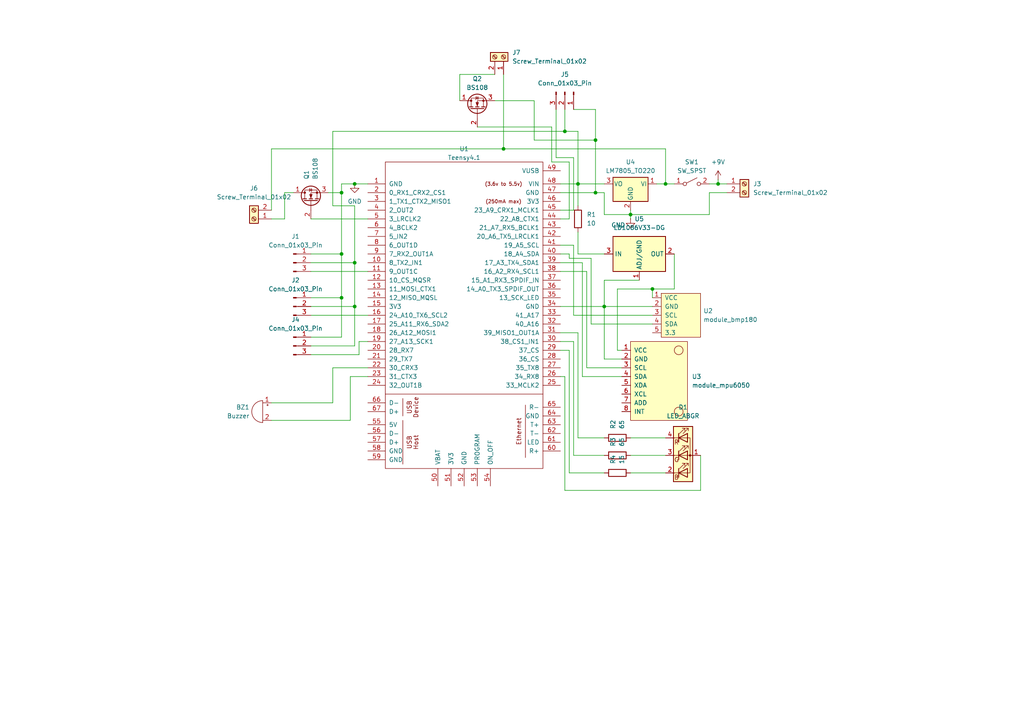
<source format=kicad_sch>
(kicad_sch
	(version 20231120)
	(generator "eeschema")
	(generator_version "8.0")
	(uuid "c337b8b3-c976-4223-ae46-94e409407093")
	(paper "A4")
	(lib_symbols
		(symbol "Connector:Conn_01x03_Pin"
			(pin_names
				(offset 1.016) hide)
			(exclude_from_sim no)
			(in_bom yes)
			(on_board yes)
			(property "Reference" "J"
				(at 0 5.08 0)
				(effects
					(font
						(size 1.27 1.27)
					)
				)
			)
			(property "Value" "Conn_01x03_Pin"
				(at 0 -5.08 0)
				(effects
					(font
						(size 1.27 1.27)
					)
				)
			)
			(property "Footprint" ""
				(at 0 0 0)
				(effects
					(font
						(size 1.27 1.27)
					)
					(hide yes)
				)
			)
			(property "Datasheet" "~"
				(at 0 0 0)
				(effects
					(font
						(size 1.27 1.27)
					)
					(hide yes)
				)
			)
			(property "Description" "Generic connector, single row, 01x03, script generated"
				(at 0 0 0)
				(effects
					(font
						(size 1.27 1.27)
					)
					(hide yes)
				)
			)
			(property "ki_locked" ""
				(at 0 0 0)
				(effects
					(font
						(size 1.27 1.27)
					)
				)
			)
			(property "ki_keywords" "connector"
				(at 0 0 0)
				(effects
					(font
						(size 1.27 1.27)
					)
					(hide yes)
				)
			)
			(property "ki_fp_filters" "Connector*:*_1x??_*"
				(at 0 0 0)
				(effects
					(font
						(size 1.27 1.27)
					)
					(hide yes)
				)
			)
			(symbol "Conn_01x03_Pin_1_1"
				(polyline
					(pts
						(xy 1.27 -2.54) (xy 0.8636 -2.54)
					)
					(stroke
						(width 0.1524)
						(type default)
					)
					(fill
						(type none)
					)
				)
				(polyline
					(pts
						(xy 1.27 0) (xy 0.8636 0)
					)
					(stroke
						(width 0.1524)
						(type default)
					)
					(fill
						(type none)
					)
				)
				(polyline
					(pts
						(xy 1.27 2.54) (xy 0.8636 2.54)
					)
					(stroke
						(width 0.1524)
						(type default)
					)
					(fill
						(type none)
					)
				)
				(rectangle
					(start 0.8636 -2.413)
					(end 0 -2.667)
					(stroke
						(width 0.1524)
						(type default)
					)
					(fill
						(type outline)
					)
				)
				(rectangle
					(start 0.8636 0.127)
					(end 0 -0.127)
					(stroke
						(width 0.1524)
						(type default)
					)
					(fill
						(type outline)
					)
				)
				(rectangle
					(start 0.8636 2.667)
					(end 0 2.413)
					(stroke
						(width 0.1524)
						(type default)
					)
					(fill
						(type outline)
					)
				)
				(pin passive line
					(at 5.08 2.54 180)
					(length 3.81)
					(name "Pin_1"
						(effects
							(font
								(size 1.27 1.27)
							)
						)
					)
					(number "1"
						(effects
							(font
								(size 1.27 1.27)
							)
						)
					)
				)
				(pin passive line
					(at 5.08 0 180)
					(length 3.81)
					(name "Pin_2"
						(effects
							(font
								(size 1.27 1.27)
							)
						)
					)
					(number "2"
						(effects
							(font
								(size 1.27 1.27)
							)
						)
					)
				)
				(pin passive line
					(at 5.08 -2.54 180)
					(length 3.81)
					(name "Pin_3"
						(effects
							(font
								(size 1.27 1.27)
							)
						)
					)
					(number "3"
						(effects
							(font
								(size 1.27 1.27)
							)
						)
					)
				)
			)
		)
		(symbol "Connector:Screw_Terminal_01x02"
			(pin_names
				(offset 1.016) hide)
			(exclude_from_sim no)
			(in_bom yes)
			(on_board yes)
			(property "Reference" "J"
				(at 0 2.54 0)
				(effects
					(font
						(size 1.27 1.27)
					)
				)
			)
			(property "Value" "Screw_Terminal_01x02"
				(at 0 -5.08 0)
				(effects
					(font
						(size 1.27 1.27)
					)
				)
			)
			(property "Footprint" ""
				(at 0 0 0)
				(effects
					(font
						(size 1.27 1.27)
					)
					(hide yes)
				)
			)
			(property "Datasheet" "~"
				(at 0 0 0)
				(effects
					(font
						(size 1.27 1.27)
					)
					(hide yes)
				)
			)
			(property "Description" "Generic screw terminal, single row, 01x02, script generated (kicad-library-utils/schlib/autogen/connector/)"
				(at 0 0 0)
				(effects
					(font
						(size 1.27 1.27)
					)
					(hide yes)
				)
			)
			(property "ki_keywords" "screw terminal"
				(at 0 0 0)
				(effects
					(font
						(size 1.27 1.27)
					)
					(hide yes)
				)
			)
			(property "ki_fp_filters" "TerminalBlock*:*"
				(at 0 0 0)
				(effects
					(font
						(size 1.27 1.27)
					)
					(hide yes)
				)
			)
			(symbol "Screw_Terminal_01x02_1_1"
				(rectangle
					(start -1.27 1.27)
					(end 1.27 -3.81)
					(stroke
						(width 0.254)
						(type default)
					)
					(fill
						(type background)
					)
				)
				(circle
					(center 0 -2.54)
					(radius 0.635)
					(stroke
						(width 0.1524)
						(type default)
					)
					(fill
						(type none)
					)
				)
				(polyline
					(pts
						(xy -0.5334 -2.2098) (xy 0.3302 -3.048)
					)
					(stroke
						(width 0.1524)
						(type default)
					)
					(fill
						(type none)
					)
				)
				(polyline
					(pts
						(xy -0.5334 0.3302) (xy 0.3302 -0.508)
					)
					(stroke
						(width 0.1524)
						(type default)
					)
					(fill
						(type none)
					)
				)
				(polyline
					(pts
						(xy -0.3556 -2.032) (xy 0.508 -2.8702)
					)
					(stroke
						(width 0.1524)
						(type default)
					)
					(fill
						(type none)
					)
				)
				(polyline
					(pts
						(xy -0.3556 0.508) (xy 0.508 -0.3302)
					)
					(stroke
						(width 0.1524)
						(type default)
					)
					(fill
						(type none)
					)
				)
				(circle
					(center 0 0)
					(radius 0.635)
					(stroke
						(width 0.1524)
						(type default)
					)
					(fill
						(type none)
					)
				)
				(pin passive line
					(at -5.08 0 0)
					(length 3.81)
					(name "Pin_1"
						(effects
							(font
								(size 1.27 1.27)
							)
						)
					)
					(number "1"
						(effects
							(font
								(size 1.27 1.27)
							)
						)
					)
				)
				(pin passive line
					(at -5.08 -2.54 0)
					(length 3.81)
					(name "Pin_2"
						(effects
							(font
								(size 1.27 1.27)
							)
						)
					)
					(number "2"
						(effects
							(font
								(size 1.27 1.27)
							)
						)
					)
				)
			)
		)
		(symbol "Device:Buzzer"
			(pin_names
				(offset 0.0254) hide)
			(exclude_from_sim no)
			(in_bom yes)
			(on_board yes)
			(property "Reference" "BZ"
				(at 3.81 1.27 0)
				(effects
					(font
						(size 1.27 1.27)
					)
					(justify left)
				)
			)
			(property "Value" "Buzzer"
				(at 3.81 -1.27 0)
				(effects
					(font
						(size 1.27 1.27)
					)
					(justify left)
				)
			)
			(property "Footprint" ""
				(at -0.635 2.54 90)
				(effects
					(font
						(size 1.27 1.27)
					)
					(hide yes)
				)
			)
			(property "Datasheet" "~"
				(at -0.635 2.54 90)
				(effects
					(font
						(size 1.27 1.27)
					)
					(hide yes)
				)
			)
			(property "Description" "Buzzer, polarized"
				(at 0 0 0)
				(effects
					(font
						(size 1.27 1.27)
					)
					(hide yes)
				)
			)
			(property "ki_keywords" "quartz resonator ceramic"
				(at 0 0 0)
				(effects
					(font
						(size 1.27 1.27)
					)
					(hide yes)
				)
			)
			(property "ki_fp_filters" "*Buzzer*"
				(at 0 0 0)
				(effects
					(font
						(size 1.27 1.27)
					)
					(hide yes)
				)
			)
			(symbol "Buzzer_0_1"
				(arc
					(start 0 -3.175)
					(mid 3.1612 0)
					(end 0 3.175)
					(stroke
						(width 0)
						(type default)
					)
					(fill
						(type none)
					)
				)
				(polyline
					(pts
						(xy -1.651 1.905) (xy -1.143 1.905)
					)
					(stroke
						(width 0)
						(type default)
					)
					(fill
						(type none)
					)
				)
				(polyline
					(pts
						(xy -1.397 2.159) (xy -1.397 1.651)
					)
					(stroke
						(width 0)
						(type default)
					)
					(fill
						(type none)
					)
				)
				(polyline
					(pts
						(xy 0 3.175) (xy 0 -3.175)
					)
					(stroke
						(width 0)
						(type default)
					)
					(fill
						(type none)
					)
				)
			)
			(symbol "Buzzer_1_1"
				(pin passive line
					(at -2.54 2.54 0)
					(length 2.54)
					(name "+"
						(effects
							(font
								(size 1.27 1.27)
							)
						)
					)
					(number "1"
						(effects
							(font
								(size 1.27 1.27)
							)
						)
					)
				)
				(pin passive line
					(at -2.54 -2.54 0)
					(length 2.54)
					(name "-"
						(effects
							(font
								(size 1.27 1.27)
							)
						)
					)
					(number "2"
						(effects
							(font
								(size 1.27 1.27)
							)
						)
					)
				)
			)
		)
		(symbol "Device:LED_ABGR"
			(pin_names
				(offset 0) hide)
			(exclude_from_sim no)
			(in_bom yes)
			(on_board yes)
			(property "Reference" "D"
				(at 0 9.398 0)
				(effects
					(font
						(size 1.27 1.27)
					)
				)
			)
			(property "Value" "LED_ABGR"
				(at 0 -8.89 0)
				(effects
					(font
						(size 1.27 1.27)
					)
				)
			)
			(property "Footprint" ""
				(at 0 -1.27 0)
				(effects
					(font
						(size 1.27 1.27)
					)
					(hide yes)
				)
			)
			(property "Datasheet" "~"
				(at 0 -1.27 0)
				(effects
					(font
						(size 1.27 1.27)
					)
					(hide yes)
				)
			)
			(property "Description" "RGB LED, anode/blue/green/red"
				(at 0 0 0)
				(effects
					(font
						(size 1.27 1.27)
					)
					(hide yes)
				)
			)
			(property "ki_keywords" "LED RGB diode"
				(at 0 0 0)
				(effects
					(font
						(size 1.27 1.27)
					)
					(hide yes)
				)
			)
			(property "ki_fp_filters" "LED* LED_SMD:* LED_THT:*"
				(at 0 0 0)
				(effects
					(font
						(size 1.27 1.27)
					)
					(hide yes)
				)
			)
			(symbol "LED_ABGR_0_0"
				(text "B"
					(at -1.905 -6.35 0)
					(effects
						(font
							(size 1.27 1.27)
						)
					)
				)
				(text "G"
					(at -1.905 -1.27 0)
					(effects
						(font
							(size 1.27 1.27)
						)
					)
				)
				(text "R"
					(at -1.905 3.81 0)
					(effects
						(font
							(size 1.27 1.27)
						)
					)
				)
			)
			(symbol "LED_ABGR_0_1"
				(polyline
					(pts
						(xy -1.27 -5.08) (xy -2.54 -5.08)
					)
					(stroke
						(width 0)
						(type default)
					)
					(fill
						(type none)
					)
				)
				(polyline
					(pts
						(xy -1.27 -5.08) (xy 1.27 -5.08)
					)
					(stroke
						(width 0)
						(type default)
					)
					(fill
						(type none)
					)
				)
				(polyline
					(pts
						(xy -1.27 -3.81) (xy -1.27 -6.35)
					)
					(stroke
						(width 0.254)
						(type default)
					)
					(fill
						(type none)
					)
				)
				(polyline
					(pts
						(xy -1.27 0) (xy -2.54 0)
					)
					(stroke
						(width 0)
						(type default)
					)
					(fill
						(type none)
					)
				)
				(polyline
					(pts
						(xy -1.27 1.27) (xy -1.27 -1.27)
					)
					(stroke
						(width 0.254)
						(type default)
					)
					(fill
						(type none)
					)
				)
				(polyline
					(pts
						(xy -1.27 5.08) (xy -2.54 5.08)
					)
					(stroke
						(width 0)
						(type default)
					)
					(fill
						(type none)
					)
				)
				(polyline
					(pts
						(xy -1.27 5.08) (xy 1.27 5.08)
					)
					(stroke
						(width 0)
						(type default)
					)
					(fill
						(type none)
					)
				)
				(polyline
					(pts
						(xy -1.27 6.35) (xy -1.27 3.81)
					)
					(stroke
						(width 0.254)
						(type default)
					)
					(fill
						(type none)
					)
				)
				(polyline
					(pts
						(xy 1.27 0) (xy -1.27 0)
					)
					(stroke
						(width 0)
						(type default)
					)
					(fill
						(type none)
					)
				)
				(polyline
					(pts
						(xy 1.27 0) (xy 2.54 0)
					)
					(stroke
						(width 0)
						(type default)
					)
					(fill
						(type none)
					)
				)
				(polyline
					(pts
						(xy -1.27 1.27) (xy -1.27 -1.27) (xy -1.27 -1.27)
					)
					(stroke
						(width 0)
						(type default)
					)
					(fill
						(type none)
					)
				)
				(polyline
					(pts
						(xy -1.27 6.35) (xy -1.27 3.81) (xy -1.27 3.81)
					)
					(stroke
						(width 0)
						(type default)
					)
					(fill
						(type none)
					)
				)
				(polyline
					(pts
						(xy 1.27 -5.08) (xy 2.032 -5.08) (xy 2.032 5.08) (xy 1.27 5.08)
					)
					(stroke
						(width 0)
						(type default)
					)
					(fill
						(type none)
					)
				)
				(polyline
					(pts
						(xy 1.27 -3.81) (xy 1.27 -6.35) (xy -1.27 -5.08) (xy 1.27 -3.81)
					)
					(stroke
						(width 0.254)
						(type default)
					)
					(fill
						(type none)
					)
				)
				(polyline
					(pts
						(xy 1.27 1.27) (xy 1.27 -1.27) (xy -1.27 0) (xy 1.27 1.27)
					)
					(stroke
						(width 0.254)
						(type default)
					)
					(fill
						(type none)
					)
				)
				(polyline
					(pts
						(xy 1.27 6.35) (xy 1.27 3.81) (xy -1.27 5.08) (xy 1.27 6.35)
					)
					(stroke
						(width 0.254)
						(type default)
					)
					(fill
						(type none)
					)
				)
				(polyline
					(pts
						(xy -1.016 -3.81) (xy 0.508 -2.286) (xy -0.254 -2.286) (xy 0.508 -2.286) (xy 0.508 -3.048)
					)
					(stroke
						(width 0)
						(type default)
					)
					(fill
						(type none)
					)
				)
				(polyline
					(pts
						(xy -1.016 1.27) (xy 0.508 2.794) (xy -0.254 2.794) (xy 0.508 2.794) (xy 0.508 2.032)
					)
					(stroke
						(width 0)
						(type default)
					)
					(fill
						(type none)
					)
				)
				(polyline
					(pts
						(xy -1.016 6.35) (xy 0.508 7.874) (xy -0.254 7.874) (xy 0.508 7.874) (xy 0.508 7.112)
					)
					(stroke
						(width 0)
						(type default)
					)
					(fill
						(type none)
					)
				)
				(polyline
					(pts
						(xy 0 -3.81) (xy 1.524 -2.286) (xy 0.762 -2.286) (xy 1.524 -2.286) (xy 1.524 -3.048)
					)
					(stroke
						(width 0)
						(type default)
					)
					(fill
						(type none)
					)
				)
				(polyline
					(pts
						(xy 0 1.27) (xy 1.524 2.794) (xy 0.762 2.794) (xy 1.524 2.794) (xy 1.524 2.032)
					)
					(stroke
						(width 0)
						(type default)
					)
					(fill
						(type none)
					)
				)
				(polyline
					(pts
						(xy 0 6.35) (xy 1.524 7.874) (xy 0.762 7.874) (xy 1.524 7.874) (xy 1.524 7.112)
					)
					(stroke
						(width 0)
						(type default)
					)
					(fill
						(type none)
					)
				)
				(rectangle
					(start 1.27 -1.27)
					(end 1.27 1.27)
					(stroke
						(width 0)
						(type default)
					)
					(fill
						(type none)
					)
				)
				(rectangle
					(start 1.27 1.27)
					(end 1.27 1.27)
					(stroke
						(width 0)
						(type default)
					)
					(fill
						(type none)
					)
				)
				(rectangle
					(start 1.27 3.81)
					(end 1.27 6.35)
					(stroke
						(width 0)
						(type default)
					)
					(fill
						(type none)
					)
				)
				(rectangle
					(start 1.27 6.35)
					(end 1.27 6.35)
					(stroke
						(width 0)
						(type default)
					)
					(fill
						(type none)
					)
				)
				(circle
					(center 2.032 0)
					(radius 0.254)
					(stroke
						(width 0)
						(type default)
					)
					(fill
						(type outline)
					)
				)
				(rectangle
					(start 2.794 8.382)
					(end -2.794 -7.62)
					(stroke
						(width 0.254)
						(type default)
					)
					(fill
						(type background)
					)
				)
			)
			(symbol "LED_ABGR_1_1"
				(pin passive line
					(at 5.08 0 180)
					(length 2.54)
					(name "A"
						(effects
							(font
								(size 1.27 1.27)
							)
						)
					)
					(number "1"
						(effects
							(font
								(size 1.27 1.27)
							)
						)
					)
				)
				(pin passive line
					(at -5.08 -5.08 0)
					(length 2.54)
					(name "BK"
						(effects
							(font
								(size 1.27 1.27)
							)
						)
					)
					(number "2"
						(effects
							(font
								(size 1.27 1.27)
							)
						)
					)
				)
				(pin passive line
					(at -5.08 0 0)
					(length 2.54)
					(name "GK"
						(effects
							(font
								(size 1.27 1.27)
							)
						)
					)
					(number "3"
						(effects
							(font
								(size 1.27 1.27)
							)
						)
					)
				)
				(pin passive line
					(at -5.08 5.08 0)
					(length 2.54)
					(name "RK"
						(effects
							(font
								(size 1.27 1.27)
							)
						)
					)
					(number "4"
						(effects
							(font
								(size 1.27 1.27)
							)
						)
					)
				)
			)
		)
		(symbol "Device:R"
			(pin_numbers hide)
			(pin_names
				(offset 0)
			)
			(exclude_from_sim no)
			(in_bom yes)
			(on_board yes)
			(property "Reference" "R"
				(at 2.032 0 90)
				(effects
					(font
						(size 1.27 1.27)
					)
				)
			)
			(property "Value" "R"
				(at 0 0 90)
				(effects
					(font
						(size 1.27 1.27)
					)
				)
			)
			(property "Footprint" ""
				(at -1.778 0 90)
				(effects
					(font
						(size 1.27 1.27)
					)
					(hide yes)
				)
			)
			(property "Datasheet" "~"
				(at 0 0 0)
				(effects
					(font
						(size 1.27 1.27)
					)
					(hide yes)
				)
			)
			(property "Description" "Resistor"
				(at 0 0 0)
				(effects
					(font
						(size 1.27 1.27)
					)
					(hide yes)
				)
			)
			(property "ki_keywords" "R res resistor"
				(at 0 0 0)
				(effects
					(font
						(size 1.27 1.27)
					)
					(hide yes)
				)
			)
			(property "ki_fp_filters" "R_*"
				(at 0 0 0)
				(effects
					(font
						(size 1.27 1.27)
					)
					(hide yes)
				)
			)
			(symbol "R_0_1"
				(rectangle
					(start -1.016 -2.54)
					(end 1.016 2.54)
					(stroke
						(width 0.254)
						(type default)
					)
					(fill
						(type none)
					)
				)
			)
			(symbol "R_1_1"
				(pin passive line
					(at 0 3.81 270)
					(length 1.27)
					(name "~"
						(effects
							(font
								(size 1.27 1.27)
							)
						)
					)
					(number "1"
						(effects
							(font
								(size 1.27 1.27)
							)
						)
					)
				)
				(pin passive line
					(at 0 -3.81 90)
					(length 1.27)
					(name "~"
						(effects
							(font
								(size 1.27 1.27)
							)
						)
					)
					(number "2"
						(effects
							(font
								(size 1.27 1.27)
							)
						)
					)
				)
			)
		)
		(symbol "Regulator_Linear:LD1086V33-DG"
			(exclude_from_sim no)
			(in_bom yes)
			(on_board yes)
			(property "Reference" "U"
				(at 0 10.16 0)
				(effects
					(font
						(size 1.27 1.27)
					)
				)
			)
			(property "Value" "LD1086V33-DG"
				(at 0 7.62 0)
				(effects
					(font
						(size 1.27 1.27)
					)
				)
			)
			(property "Footprint" "Package_TO_SOT_THT:TO-220-3_Vertical"
				(at 0 12.7 0)
				(effects
					(font
						(size 1.27 1.27)
					)
					(hide yes)
				)
			)
			(property "Datasheet" "https://www.st.com/resource/en/datasheet/ld1086.pdf"
				(at 0 15.24 0)
				(effects
					(font
						(size 1.27 1.27)
					)
					(hide yes)
				)
			)
			(property "Description" "Positive, 1.5A 30V, Linear Regulator, Fixed Output 3.3V, TO-220"
				(at 0 0 0)
				(effects
					(font
						(size 1.27 1.27)
					)
					(hide yes)
				)
			)
			(property "ki_keywords" "Linear Regulator 1.5A Fixed Output"
				(at 0 0 0)
				(effects
					(font
						(size 1.27 1.27)
					)
					(hide yes)
				)
			)
			(property "ki_fp_filters" "TO?220*"
				(at 0 0 0)
				(effects
					(font
						(size 1.27 1.27)
					)
					(hide yes)
				)
			)
			(symbol "LD1086V33-DG_1_1"
				(rectangle
					(start -7.62 -5.08)
					(end 7.62 5.08)
					(stroke
						(width 0.254)
						(type default)
					)
					(fill
						(type background)
					)
				)
				(pin input line
					(at 0 -7.62 90)
					(length 2.54)
					(name "ADJ/GND"
						(effects
							(font
								(size 1.27 1.27)
							)
						)
					)
					(number "1"
						(effects
							(font
								(size 1.27 1.27)
							)
						)
					)
				)
				(pin power_out line
					(at 10.16 0 180)
					(length 2.54)
					(name "OUT"
						(effects
							(font
								(size 1.27 1.27)
							)
						)
					)
					(number "2"
						(effects
							(font
								(size 1.27 1.27)
							)
						)
					)
				)
				(pin power_in line
					(at -10.16 0 0)
					(length 2.54)
					(name "IN"
						(effects
							(font
								(size 1.27 1.27)
							)
						)
					)
					(number "3"
						(effects
							(font
								(size 1.27 1.27)
							)
						)
					)
				)
			)
		)
		(symbol "Regulator_Linear:LM7805_TO220"
			(pin_names
				(offset 0.254)
			)
			(exclude_from_sim no)
			(in_bom yes)
			(on_board yes)
			(property "Reference" "U"
				(at -3.81 3.175 0)
				(effects
					(font
						(size 1.27 1.27)
					)
				)
			)
			(property "Value" "LM7805_TO220"
				(at 0 3.175 0)
				(effects
					(font
						(size 1.27 1.27)
					)
					(justify left)
				)
			)
			(property "Footprint" "Package_TO_SOT_THT:TO-220-3_Vertical"
				(at 0 5.715 0)
				(effects
					(font
						(size 1.27 1.27)
						(italic yes)
					)
					(hide yes)
				)
			)
			(property "Datasheet" "https://www.onsemi.cn/PowerSolutions/document/MC7800-D.PDF"
				(at 0 -1.27 0)
				(effects
					(font
						(size 1.27 1.27)
					)
					(hide yes)
				)
			)
			(property "Description" "Positive 1A 35V Linear Regulator, Fixed Output 5V, TO-220"
				(at 0 0 0)
				(effects
					(font
						(size 1.27 1.27)
					)
					(hide yes)
				)
			)
			(property "ki_keywords" "Voltage Regulator 1A Positive"
				(at 0 0 0)
				(effects
					(font
						(size 1.27 1.27)
					)
					(hide yes)
				)
			)
			(property "ki_fp_filters" "TO?220*"
				(at 0 0 0)
				(effects
					(font
						(size 1.27 1.27)
					)
					(hide yes)
				)
			)
			(symbol "LM7805_TO220_0_1"
				(rectangle
					(start -5.08 1.905)
					(end 5.08 -5.08)
					(stroke
						(width 0.254)
						(type default)
					)
					(fill
						(type background)
					)
				)
			)
			(symbol "LM7805_TO220_1_1"
				(pin power_in line
					(at -7.62 0 0)
					(length 2.54)
					(name "VI"
						(effects
							(font
								(size 1.27 1.27)
							)
						)
					)
					(number "1"
						(effects
							(font
								(size 1.27 1.27)
							)
						)
					)
				)
				(pin power_in line
					(at 0 -7.62 90)
					(length 2.54)
					(name "GND"
						(effects
							(font
								(size 1.27 1.27)
							)
						)
					)
					(number "2"
						(effects
							(font
								(size 1.27 1.27)
							)
						)
					)
				)
				(pin power_out line
					(at 7.62 0 180)
					(length 2.54)
					(name "VO"
						(effects
							(font
								(size 1.27 1.27)
							)
						)
					)
					(number "3"
						(effects
							(font
								(size 1.27 1.27)
							)
						)
					)
				)
			)
		)
		(symbol "Switch:SW_SPST"
			(pin_names
				(offset 0) hide)
			(exclude_from_sim no)
			(in_bom yes)
			(on_board yes)
			(property "Reference" "SW"
				(at 0 3.175 0)
				(effects
					(font
						(size 1.27 1.27)
					)
				)
			)
			(property "Value" "SW_SPST"
				(at 0 -2.54 0)
				(effects
					(font
						(size 1.27 1.27)
					)
				)
			)
			(property "Footprint" ""
				(at 0 0 0)
				(effects
					(font
						(size 1.27 1.27)
					)
					(hide yes)
				)
			)
			(property "Datasheet" "~"
				(at 0 0 0)
				(effects
					(font
						(size 1.27 1.27)
					)
					(hide yes)
				)
			)
			(property "Description" "Single Pole Single Throw (SPST) switch"
				(at 0 0 0)
				(effects
					(font
						(size 1.27 1.27)
					)
					(hide yes)
				)
			)
			(property "ki_keywords" "switch lever"
				(at 0 0 0)
				(effects
					(font
						(size 1.27 1.27)
					)
					(hide yes)
				)
			)
			(symbol "SW_SPST_0_0"
				(circle
					(center -2.032 0)
					(radius 0.508)
					(stroke
						(width 0)
						(type default)
					)
					(fill
						(type none)
					)
				)
				(polyline
					(pts
						(xy -1.524 0.254) (xy 1.524 1.778)
					)
					(stroke
						(width 0)
						(type default)
					)
					(fill
						(type none)
					)
				)
				(circle
					(center 2.032 0)
					(radius 0.508)
					(stroke
						(width 0)
						(type default)
					)
					(fill
						(type none)
					)
				)
			)
			(symbol "SW_SPST_1_1"
				(pin passive line
					(at -5.08 0 0)
					(length 2.54)
					(name "A"
						(effects
							(font
								(size 1.27 1.27)
							)
						)
					)
					(number "1"
						(effects
							(font
								(size 1.27 1.27)
							)
						)
					)
				)
				(pin passive line
					(at 5.08 0 180)
					(length 2.54)
					(name "B"
						(effects
							(font
								(size 1.27 1.27)
							)
						)
					)
					(number "2"
						(effects
							(font
								(size 1.27 1.27)
							)
						)
					)
				)
			)
		)
		(symbol "Transistor_FET:BS108"
			(pin_names hide)
			(exclude_from_sim no)
			(in_bom yes)
			(on_board yes)
			(property "Reference" "Q"
				(at 5.08 1.905 0)
				(effects
					(font
						(size 1.27 1.27)
					)
					(justify left)
				)
			)
			(property "Value" "BS108"
				(at 5.08 0 0)
				(effects
					(font
						(size 1.27 1.27)
					)
					(justify left)
				)
			)
			(property "Footprint" "Package_TO_SOT_THT:TO-92_Inline"
				(at 5.08 -1.905 0)
				(effects
					(font
						(size 1.27 1.27)
						(italic yes)
					)
					(justify left)
					(hide yes)
				)
			)
			(property "Datasheet" "http://www.redrok.com/MOSFET_BS108_200V_250mA_8O_Vth1.5_TO-92.PDF"
				(at 5.08 -3.81 0)
				(effects
					(font
						(size 1.27 1.27)
					)
					(justify left)
					(hide yes)
				)
			)
			(property "Description" "0.25A Id, 200V Vds, N-Channel MOSFET, TO-92"
				(at 0 0 0)
				(effects
					(font
						(size 1.27 1.27)
					)
					(hide yes)
				)
			)
			(property "ki_keywords" "N-Channel MOSFET"
				(at 0 0 0)
				(effects
					(font
						(size 1.27 1.27)
					)
					(hide yes)
				)
			)
			(property "ki_fp_filters" "TO?92*"
				(at 0 0 0)
				(effects
					(font
						(size 1.27 1.27)
					)
					(hide yes)
				)
			)
			(symbol "BS108_0_1"
				(polyline
					(pts
						(xy 0.254 0) (xy -2.54 0)
					)
					(stroke
						(width 0)
						(type default)
					)
					(fill
						(type none)
					)
				)
				(polyline
					(pts
						(xy 0.254 1.905) (xy 0.254 -1.905)
					)
					(stroke
						(width 0.254)
						(type default)
					)
					(fill
						(type none)
					)
				)
				(polyline
					(pts
						(xy 0.762 -1.27) (xy 0.762 -2.286)
					)
					(stroke
						(width 0.254)
						(type default)
					)
					(fill
						(type none)
					)
				)
				(polyline
					(pts
						(xy 0.762 0.508) (xy 0.762 -0.508)
					)
					(stroke
						(width 0.254)
						(type default)
					)
					(fill
						(type none)
					)
				)
				(polyline
					(pts
						(xy 0.762 2.286) (xy 0.762 1.27)
					)
					(stroke
						(width 0.254)
						(type default)
					)
					(fill
						(type none)
					)
				)
				(polyline
					(pts
						(xy 2.54 2.54) (xy 2.54 1.778)
					)
					(stroke
						(width 0)
						(type default)
					)
					(fill
						(type none)
					)
				)
				(polyline
					(pts
						(xy 2.54 -2.54) (xy 2.54 0) (xy 0.762 0)
					)
					(stroke
						(width 0)
						(type default)
					)
					(fill
						(type none)
					)
				)
				(polyline
					(pts
						(xy 0.762 -1.778) (xy 3.302 -1.778) (xy 3.302 1.778) (xy 0.762 1.778)
					)
					(stroke
						(width 0)
						(type default)
					)
					(fill
						(type none)
					)
				)
				(polyline
					(pts
						(xy 1.016 0) (xy 2.032 0.381) (xy 2.032 -0.381) (xy 1.016 0)
					)
					(stroke
						(width 0)
						(type default)
					)
					(fill
						(type outline)
					)
				)
				(polyline
					(pts
						(xy 2.794 0.508) (xy 2.921 0.381) (xy 3.683 0.381) (xy 3.81 0.254)
					)
					(stroke
						(width 0)
						(type default)
					)
					(fill
						(type none)
					)
				)
				(polyline
					(pts
						(xy 3.302 0.381) (xy 2.921 -0.254) (xy 3.683 -0.254) (xy 3.302 0.381)
					)
					(stroke
						(width 0)
						(type default)
					)
					(fill
						(type none)
					)
				)
				(circle
					(center 1.651 0)
					(radius 2.794)
					(stroke
						(width 0.254)
						(type default)
					)
					(fill
						(type none)
					)
				)
				(circle
					(center 2.54 -1.778)
					(radius 0.254)
					(stroke
						(width 0)
						(type default)
					)
					(fill
						(type outline)
					)
				)
				(circle
					(center 2.54 1.778)
					(radius 0.254)
					(stroke
						(width 0)
						(type default)
					)
					(fill
						(type outline)
					)
				)
			)
			(symbol "BS108_1_1"
				(pin passive line
					(at 2.54 5.08 270)
					(length 2.54)
					(name "D"
						(effects
							(font
								(size 1.27 1.27)
							)
						)
					)
					(number "1"
						(effects
							(font
								(size 1.27 1.27)
							)
						)
					)
				)
				(pin input line
					(at -5.08 0 0)
					(length 2.54)
					(name "G"
						(effects
							(font
								(size 1.27 1.27)
							)
						)
					)
					(number "2"
						(effects
							(font
								(size 1.27 1.27)
							)
						)
					)
				)
				(pin passive line
					(at 2.54 -5.08 90)
					(length 2.54)
					(name "S"
						(effects
							(font
								(size 1.27 1.27)
							)
						)
					)
					(number "3"
						(effects
							(font
								(size 1.27 1.27)
							)
						)
					)
				)
			)
		)
		(symbol "power:+9V"
			(power)
			(pin_numbers hide)
			(pin_names
				(offset 0) hide)
			(exclude_from_sim no)
			(in_bom yes)
			(on_board yes)
			(property "Reference" "#PWR"
				(at 0 -3.81 0)
				(effects
					(font
						(size 1.27 1.27)
					)
					(hide yes)
				)
			)
			(property "Value" "+9V"
				(at 0 3.556 0)
				(effects
					(font
						(size 1.27 1.27)
					)
				)
			)
			(property "Footprint" ""
				(at 0 0 0)
				(effects
					(font
						(size 1.27 1.27)
					)
					(hide yes)
				)
			)
			(property "Datasheet" ""
				(at 0 0 0)
				(effects
					(font
						(size 1.27 1.27)
					)
					(hide yes)
				)
			)
			(property "Description" "Power symbol creates a global label with name \"+9V\""
				(at 0 0 0)
				(effects
					(font
						(size 1.27 1.27)
					)
					(hide yes)
				)
			)
			(property "ki_keywords" "global power"
				(at 0 0 0)
				(effects
					(font
						(size 1.27 1.27)
					)
					(hide yes)
				)
			)
			(symbol "+9V_0_1"
				(polyline
					(pts
						(xy -0.762 1.27) (xy 0 2.54)
					)
					(stroke
						(width 0)
						(type default)
					)
					(fill
						(type none)
					)
				)
				(polyline
					(pts
						(xy 0 0) (xy 0 2.54)
					)
					(stroke
						(width 0)
						(type default)
					)
					(fill
						(type none)
					)
				)
				(polyline
					(pts
						(xy 0 2.54) (xy 0.762 1.27)
					)
					(stroke
						(width 0)
						(type default)
					)
					(fill
						(type none)
					)
				)
			)
			(symbol "+9V_1_1"
				(pin power_in line
					(at 0 0 90)
					(length 0)
					(name "~"
						(effects
							(font
								(size 1.27 1.27)
							)
						)
					)
					(number "1"
						(effects
							(font
								(size 1.27 1.27)
							)
						)
					)
				)
			)
		)
		(symbol "power:GND"
			(power)
			(pin_numbers hide)
			(pin_names
				(offset 0) hide)
			(exclude_from_sim no)
			(in_bom yes)
			(on_board yes)
			(property "Reference" "#PWR"
				(at 0 -6.35 0)
				(effects
					(font
						(size 1.27 1.27)
					)
					(hide yes)
				)
			)
			(property "Value" "GND"
				(at 0 -3.81 0)
				(effects
					(font
						(size 1.27 1.27)
					)
				)
			)
			(property "Footprint" ""
				(at 0 0 0)
				(effects
					(font
						(size 1.27 1.27)
					)
					(hide yes)
				)
			)
			(property "Datasheet" ""
				(at 0 0 0)
				(effects
					(font
						(size 1.27 1.27)
					)
					(hide yes)
				)
			)
			(property "Description" "Power symbol creates a global label with name \"GND\" , ground"
				(at 0 0 0)
				(effects
					(font
						(size 1.27 1.27)
					)
					(hide yes)
				)
			)
			(property "ki_keywords" "global power"
				(at 0 0 0)
				(effects
					(font
						(size 1.27 1.27)
					)
					(hide yes)
				)
			)
			(symbol "GND_0_1"
				(polyline
					(pts
						(xy 0 0) (xy 0 -1.27) (xy 1.27 -1.27) (xy 0 -2.54) (xy -1.27 -1.27) (xy 0 -1.27)
					)
					(stroke
						(width 0)
						(type default)
					)
					(fill
						(type none)
					)
				)
			)
			(symbol "GND_1_1"
				(pin power_in line
					(at 0 0 270)
					(length 0)
					(name "~"
						(effects
							(font
								(size 1.27 1.27)
							)
						)
					)
					(number "1"
						(effects
							(font
								(size 1.27 1.27)
							)
						)
					)
				)
			)
		)
		(symbol "teensy:Teensy4.1"
			(pin_names
				(offset 1.016)
			)
			(exclude_from_sim no)
			(in_bom yes)
			(on_board yes)
			(property "Reference" "U"
				(at 0 64.77 0)
				(effects
					(font
						(size 1.27 1.27)
					)
				)
			)
			(property "Value" "Teensy4.1"
				(at 0 62.23 0)
				(effects
					(font
						(size 1.27 1.27)
					)
				)
			)
			(property "Footprint" ""
				(at -10.16 10.16 0)
				(effects
					(font
						(size 1.27 1.27)
					)
					(hide yes)
				)
			)
			(property "Datasheet" ""
				(at -10.16 10.16 0)
				(effects
					(font
						(size 1.27 1.27)
					)
					(hide yes)
				)
			)
			(property "Description" ""
				(at 0 0 0)
				(effects
					(font
						(size 1.27 1.27)
					)
					(hide yes)
				)
			)
			(symbol "Teensy4.1_0_0"
				(polyline
					(pts
						(xy -22.86 -6.35) (xy 22.86 -6.35)
					)
					(stroke
						(width 0)
						(type solid)
					)
					(fill
						(type none)
					)
				)
				(polyline
					(pts
						(xy -17.78 -26.67) (xy -17.78 -13.97)
					)
					(stroke
						(width 0)
						(type solid)
					)
					(fill
						(type none)
					)
				)
				(polyline
					(pts
						(xy -17.78 -7.62) (xy -17.78 -12.7)
					)
					(stroke
						(width 0)
						(type solid)
					)
					(fill
						(type none)
					)
				)
				(polyline
					(pts
						(xy 17.78 -9.525) (xy 17.78 -24.765)
					)
					(stroke
						(width 0)
						(type solid)
					)
					(fill
						(type none)
					)
				)
				(text "(250mA max)"
					(at 11.43 49.53 0)
					(effects
						(font
							(size 1.016 1.016)
						)
					)
				)
				(text "(3.6v to 5.5v)"
					(at 11.43 54.61 0)
					(effects
						(font
							(size 1.016 1.016)
						)
					)
				)
				(text "Device"
					(at -13.97 -10.16 900)
					(effects
						(font
							(size 1.27 1.27)
						)
					)
				)
				(text "Ethernet"
					(at 15.875 -17.145 900)
					(effects
						(font
							(size 1.27 1.27)
						)
					)
				)
				(text "Host"
					(at -13.97 -20.32 900)
					(effects
						(font
							(size 1.27 1.27)
						)
					)
				)
				(text "USB"
					(at -15.875 -20.32 900)
					(effects
						(font
							(size 1.27 1.27)
						)
					)
				)
				(text "USB"
					(at -15.875 -10.16 900)
					(effects
						(font
							(size 1.27 1.27)
						)
					)
				)
				(pin bidirectional line
					(at -27.94 31.75 0)
					(length 5.08)
					(name "8_TX2_IN1"
						(effects
							(font
								(size 1.27 1.27)
							)
						)
					)
					(number "10"
						(effects
							(font
								(size 1.27 1.27)
							)
						)
					)
				)
				(pin bidirectional line
					(at -27.94 29.21 0)
					(length 5.08)
					(name "9_OUT1C"
						(effects
							(font
								(size 1.27 1.27)
							)
						)
					)
					(number "11"
						(effects
							(font
								(size 1.27 1.27)
							)
						)
					)
				)
				(pin bidirectional line
					(at -27.94 26.67 0)
					(length 5.08)
					(name "10_CS_MQSR"
						(effects
							(font
								(size 1.27 1.27)
							)
						)
					)
					(number "12"
						(effects
							(font
								(size 1.27 1.27)
							)
						)
					)
				)
				(pin bidirectional line
					(at -27.94 24.13 0)
					(length 5.08)
					(name "11_MOSI_CTX1"
						(effects
							(font
								(size 1.27 1.27)
							)
						)
					)
					(number "13"
						(effects
							(font
								(size 1.27 1.27)
							)
						)
					)
				)
				(pin bidirectional line
					(at -27.94 21.59 0)
					(length 5.08)
					(name "12_MISO_MQSL"
						(effects
							(font
								(size 1.27 1.27)
							)
						)
					)
					(number "14"
						(effects
							(font
								(size 1.27 1.27)
							)
						)
					)
				)
				(pin power_in line
					(at -27.94 19.05 0)
					(length 5.08)
					(name "3V3"
						(effects
							(font
								(size 1.27 1.27)
							)
						)
					)
					(number "15"
						(effects
							(font
								(size 1.27 1.27)
							)
						)
					)
				)
				(pin bidirectional line
					(at -27.94 16.51 0)
					(length 5.08)
					(name "24_A10_TX6_SCL2"
						(effects
							(font
								(size 1.27 1.27)
							)
						)
					)
					(number "16"
						(effects
							(font
								(size 1.27 1.27)
							)
						)
					)
				)
				(pin bidirectional line
					(at -27.94 13.97 0)
					(length 5.08)
					(name "25_A11_RX6_SDA2"
						(effects
							(font
								(size 1.27 1.27)
							)
						)
					)
					(number "17"
						(effects
							(font
								(size 1.27 1.27)
							)
						)
					)
				)
				(pin bidirectional line
					(at -27.94 11.43 0)
					(length 5.08)
					(name "26_A12_MOSI1"
						(effects
							(font
								(size 1.27 1.27)
							)
						)
					)
					(number "18"
						(effects
							(font
								(size 1.27 1.27)
							)
						)
					)
				)
				(pin bidirectional line
					(at -27.94 8.89 0)
					(length 5.08)
					(name "27_A13_SCK1"
						(effects
							(font
								(size 1.27 1.27)
							)
						)
					)
					(number "19"
						(effects
							(font
								(size 1.27 1.27)
							)
						)
					)
				)
				(pin bidirectional line
					(at -27.94 6.35 0)
					(length 5.08)
					(name "28_RX7"
						(effects
							(font
								(size 1.27 1.27)
							)
						)
					)
					(number "20"
						(effects
							(font
								(size 1.27 1.27)
							)
						)
					)
				)
				(pin bidirectional line
					(at -27.94 3.81 0)
					(length 5.08)
					(name "29_TX7"
						(effects
							(font
								(size 1.27 1.27)
							)
						)
					)
					(number "21"
						(effects
							(font
								(size 1.27 1.27)
							)
						)
					)
				)
				(pin bidirectional line
					(at -27.94 1.27 0)
					(length 5.08)
					(name "30_CRX3"
						(effects
							(font
								(size 1.27 1.27)
							)
						)
					)
					(number "22"
						(effects
							(font
								(size 1.27 1.27)
							)
						)
					)
				)
				(pin bidirectional line
					(at -27.94 -1.27 0)
					(length 5.08)
					(name "31_CTX3"
						(effects
							(font
								(size 1.27 1.27)
							)
						)
					)
					(number "23"
						(effects
							(font
								(size 1.27 1.27)
							)
						)
					)
				)
				(pin bidirectional line
					(at -27.94 -3.81 0)
					(length 5.08)
					(name "32_OUT1B"
						(effects
							(font
								(size 1.27 1.27)
							)
						)
					)
					(number "24"
						(effects
							(font
								(size 1.27 1.27)
							)
						)
					)
				)
				(pin bidirectional line
					(at 27.94 -3.81 180)
					(length 5.08)
					(name "33_MCLK2"
						(effects
							(font
								(size 1.27 1.27)
							)
						)
					)
					(number "25"
						(effects
							(font
								(size 1.27 1.27)
							)
						)
					)
				)
				(pin bidirectional line
					(at 27.94 -1.27 180)
					(length 5.08)
					(name "34_RX8"
						(effects
							(font
								(size 1.27 1.27)
							)
						)
					)
					(number "26"
						(effects
							(font
								(size 1.27 1.27)
							)
						)
					)
				)
				(pin bidirectional line
					(at 27.94 1.27 180)
					(length 5.08)
					(name "35_TX8"
						(effects
							(font
								(size 1.27 1.27)
							)
						)
					)
					(number "27"
						(effects
							(font
								(size 1.27 1.27)
							)
						)
					)
				)
				(pin bidirectional line
					(at 27.94 3.81 180)
					(length 5.08)
					(name "36_CS"
						(effects
							(font
								(size 1.27 1.27)
							)
						)
					)
					(number "28"
						(effects
							(font
								(size 1.27 1.27)
							)
						)
					)
				)
				(pin bidirectional line
					(at 27.94 6.35 180)
					(length 5.08)
					(name "37_CS"
						(effects
							(font
								(size 1.27 1.27)
							)
						)
					)
					(number "29"
						(effects
							(font
								(size 1.27 1.27)
							)
						)
					)
				)
				(pin bidirectional line
					(at 27.94 8.89 180)
					(length 5.08)
					(name "38_CS1_IN1"
						(effects
							(font
								(size 1.27 1.27)
							)
						)
					)
					(number "30"
						(effects
							(font
								(size 1.27 1.27)
							)
						)
					)
				)
				(pin bidirectional line
					(at 27.94 11.43 180)
					(length 5.08)
					(name "39_MISO1_OUT1A"
						(effects
							(font
								(size 1.27 1.27)
							)
						)
					)
					(number "31"
						(effects
							(font
								(size 1.27 1.27)
							)
						)
					)
				)
				(pin bidirectional line
					(at 27.94 13.97 180)
					(length 5.08)
					(name "40_A16"
						(effects
							(font
								(size 1.27 1.27)
							)
						)
					)
					(number "32"
						(effects
							(font
								(size 1.27 1.27)
							)
						)
					)
				)
				(pin bidirectional line
					(at 27.94 16.51 180)
					(length 5.08)
					(name "41_A17"
						(effects
							(font
								(size 1.27 1.27)
							)
						)
					)
					(number "33"
						(effects
							(font
								(size 1.27 1.27)
							)
						)
					)
				)
				(pin bidirectional line
					(at 27.94 21.59 180)
					(length 5.08)
					(name "13_SCK_LED"
						(effects
							(font
								(size 1.27 1.27)
							)
						)
					)
					(number "35"
						(effects
							(font
								(size 1.27 1.27)
							)
						)
					)
				)
				(pin bidirectional line
					(at 27.94 24.13 180)
					(length 5.08)
					(name "14_A0_TX3_SPDIF_OUT"
						(effects
							(font
								(size 1.27 1.27)
							)
						)
					)
					(number "36"
						(effects
							(font
								(size 1.27 1.27)
							)
						)
					)
				)
				(pin bidirectional line
					(at 27.94 26.67 180)
					(length 5.08)
					(name "15_A1_RX3_SPDIF_IN"
						(effects
							(font
								(size 1.27 1.27)
							)
						)
					)
					(number "37"
						(effects
							(font
								(size 1.27 1.27)
							)
						)
					)
				)
				(pin bidirectional line
					(at 27.94 29.21 180)
					(length 5.08)
					(name "16_A2_RX4_SCL1"
						(effects
							(font
								(size 1.27 1.27)
							)
						)
					)
					(number "38"
						(effects
							(font
								(size 1.27 1.27)
							)
						)
					)
				)
				(pin bidirectional line
					(at 27.94 31.75 180)
					(length 5.08)
					(name "17_A3_TX4_SDA1"
						(effects
							(font
								(size 1.27 1.27)
							)
						)
					)
					(number "39"
						(effects
							(font
								(size 1.27 1.27)
							)
						)
					)
				)
				(pin bidirectional line
					(at 27.94 34.29 180)
					(length 5.08)
					(name "18_A4_SDA"
						(effects
							(font
								(size 1.27 1.27)
							)
						)
					)
					(number "40"
						(effects
							(font
								(size 1.27 1.27)
							)
						)
					)
				)
				(pin bidirectional line
					(at 27.94 36.83 180)
					(length 5.08)
					(name "19_A5_SCL"
						(effects
							(font
								(size 1.27 1.27)
							)
						)
					)
					(number "41"
						(effects
							(font
								(size 1.27 1.27)
							)
						)
					)
				)
				(pin bidirectional line
					(at 27.94 39.37 180)
					(length 5.08)
					(name "20_A6_TX5_LRCLK1"
						(effects
							(font
								(size 1.27 1.27)
							)
						)
					)
					(number "42"
						(effects
							(font
								(size 1.27 1.27)
							)
						)
					)
				)
				(pin bidirectional line
					(at 27.94 41.91 180)
					(length 5.08)
					(name "21_A7_RX5_BCLK1"
						(effects
							(font
								(size 1.27 1.27)
							)
						)
					)
					(number "43"
						(effects
							(font
								(size 1.27 1.27)
							)
						)
					)
				)
				(pin bidirectional line
					(at 27.94 44.45 180)
					(length 5.08)
					(name "22_A8_CTX1"
						(effects
							(font
								(size 1.27 1.27)
							)
						)
					)
					(number "44"
						(effects
							(font
								(size 1.27 1.27)
							)
						)
					)
				)
				(pin bidirectional line
					(at 27.94 46.99 180)
					(length 5.08)
					(name "23_A9_CRX1_MCLK1"
						(effects
							(font
								(size 1.27 1.27)
							)
						)
					)
					(number "45"
						(effects
							(font
								(size 1.27 1.27)
							)
						)
					)
				)
				(pin output line
					(at 27.94 49.53 180)
					(length 5.08)
					(name "3V3"
						(effects
							(font
								(size 1.27 1.27)
							)
						)
					)
					(number "46"
						(effects
							(font
								(size 1.27 1.27)
							)
						)
					)
				)
				(pin output line
					(at 27.94 52.07 180)
					(length 5.08)
					(name "GND"
						(effects
							(font
								(size 1.27 1.27)
							)
						)
					)
					(number "47"
						(effects
							(font
								(size 1.27 1.27)
							)
						)
					)
				)
				(pin power_in line
					(at 27.94 54.61 180)
					(length 5.08)
					(name "VIN"
						(effects
							(font
								(size 1.27 1.27)
							)
						)
					)
					(number "48"
						(effects
							(font
								(size 1.27 1.27)
							)
						)
					)
				)
				(pin power_out line
					(at 27.94 58.42 180)
					(length 5.08)
					(name "VUSB"
						(effects
							(font
								(size 1.27 1.27)
							)
						)
					)
					(number "49"
						(effects
							(font
								(size 1.27 1.27)
							)
						)
					)
				)
				(pin bidirectional line
					(at -27.94 44.45 0)
					(length 5.08)
					(name "3_LRCLK2"
						(effects
							(font
								(size 1.27 1.27)
							)
						)
					)
					(number "5"
						(effects
							(font
								(size 1.27 1.27)
							)
						)
					)
				)
				(pin power_in line
					(at -7.62 -33.02 90)
					(length 5.08)
					(name "VBAT"
						(effects
							(font
								(size 1.27 1.27)
							)
						)
					)
					(number "50"
						(effects
							(font
								(size 1.27 1.27)
							)
						)
					)
				)
				(pin power_in line
					(at -3.81 -33.02 90)
					(length 5.08)
					(name "3V3"
						(effects
							(font
								(size 1.27 1.27)
							)
						)
					)
					(number "51"
						(effects
							(font
								(size 1.27 1.27)
							)
						)
					)
				)
				(pin input line
					(at 0 -33.02 90)
					(length 5.08)
					(name "GND"
						(effects
							(font
								(size 1.27 1.27)
							)
						)
					)
					(number "52"
						(effects
							(font
								(size 1.27 1.27)
							)
						)
					)
				)
				(pin input line
					(at 3.81 -33.02 90)
					(length 5.08)
					(name "PROGRAM"
						(effects
							(font
								(size 1.27 1.27)
							)
						)
					)
					(number "53"
						(effects
							(font
								(size 1.27 1.27)
							)
						)
					)
				)
				(pin input line
					(at 7.62 -33.02 90)
					(length 5.08)
					(name "ON_OFF"
						(effects
							(font
								(size 1.27 1.27)
							)
						)
					)
					(number "54"
						(effects
							(font
								(size 1.27 1.27)
							)
						)
					)
				)
				(pin power_out line
					(at -27.94 -15.24 0)
					(length 5.08)
					(name "5V"
						(effects
							(font
								(size 1.27 1.27)
							)
						)
					)
					(number "55"
						(effects
							(font
								(size 1.27 1.27)
							)
						)
					)
				)
				(pin bidirectional line
					(at -27.94 -17.78 0)
					(length 5.08)
					(name "D-"
						(effects
							(font
								(size 1.27 1.27)
							)
						)
					)
					(number "56"
						(effects
							(font
								(size 1.27 1.27)
							)
						)
					)
				)
				(pin bidirectional line
					(at -27.94 -20.32 0)
					(length 5.08)
					(name "D+"
						(effects
							(font
								(size 1.27 1.27)
							)
						)
					)
					(number "57"
						(effects
							(font
								(size 1.27 1.27)
							)
						)
					)
				)
				(pin power_in line
					(at -27.94 -22.86 0)
					(length 5.08)
					(name "GND"
						(effects
							(font
								(size 1.27 1.27)
							)
						)
					)
					(number "58"
						(effects
							(font
								(size 1.27 1.27)
							)
						)
					)
				)
				(pin power_in line
					(at -27.94 -25.4 0)
					(length 5.08)
					(name "GND"
						(effects
							(font
								(size 1.27 1.27)
							)
						)
					)
					(number "59"
						(effects
							(font
								(size 1.27 1.27)
							)
						)
					)
				)
				(pin bidirectional line
					(at -27.94 41.91 0)
					(length 5.08)
					(name "4_BCLK2"
						(effects
							(font
								(size 1.27 1.27)
							)
						)
					)
					(number "6"
						(effects
							(font
								(size 1.27 1.27)
							)
						)
					)
				)
				(pin bidirectional line
					(at 27.94 -22.86 180)
					(length 5.08)
					(name "R+"
						(effects
							(font
								(size 1.27 1.27)
							)
						)
					)
					(number "60"
						(effects
							(font
								(size 1.27 1.27)
							)
						)
					)
				)
				(pin bidirectional line
					(at 27.94 -20.32 180)
					(length 5.08)
					(name "LED"
						(effects
							(font
								(size 1.27 1.27)
							)
						)
					)
					(number "61"
						(effects
							(font
								(size 1.27 1.27)
							)
						)
					)
				)
				(pin bidirectional line
					(at 27.94 -17.78 180)
					(length 5.08)
					(name "T-"
						(effects
							(font
								(size 1.27 1.27)
							)
						)
					)
					(number "62"
						(effects
							(font
								(size 1.27 1.27)
							)
						)
					)
				)
				(pin bidirectional line
					(at 27.94 -15.24 180)
					(length 5.08)
					(name "T+"
						(effects
							(font
								(size 1.27 1.27)
							)
						)
					)
					(number "63"
						(effects
							(font
								(size 1.27 1.27)
							)
						)
					)
				)
				(pin power_in line
					(at 27.94 -12.7 180)
					(length 5.08)
					(name "GND"
						(effects
							(font
								(size 1.27 1.27)
							)
						)
					)
					(number "64"
						(effects
							(font
								(size 1.27 1.27)
							)
						)
					)
				)
				(pin bidirectional line
					(at 27.94 -10.16 180)
					(length 5.08)
					(name "R-"
						(effects
							(font
								(size 1.27 1.27)
							)
						)
					)
					(number "65"
						(effects
							(font
								(size 1.27 1.27)
							)
						)
					)
				)
				(pin bidirectional line
					(at -27.94 -8.89 0)
					(length 5.08)
					(name "D-"
						(effects
							(font
								(size 1.27 1.27)
							)
						)
					)
					(number "66"
						(effects
							(font
								(size 1.27 1.27)
							)
						)
					)
				)
				(pin bidirectional line
					(at -27.94 -11.43 0)
					(length 5.08)
					(name "D+"
						(effects
							(font
								(size 1.27 1.27)
							)
						)
					)
					(number "67"
						(effects
							(font
								(size 1.27 1.27)
							)
						)
					)
				)
				(pin bidirectional line
					(at -27.94 39.37 0)
					(length 5.08)
					(name "5_IN2"
						(effects
							(font
								(size 1.27 1.27)
							)
						)
					)
					(number "7"
						(effects
							(font
								(size 1.27 1.27)
							)
						)
					)
				)
				(pin bidirectional line
					(at -27.94 36.83 0)
					(length 5.08)
					(name "6_OUT1D"
						(effects
							(font
								(size 1.27 1.27)
							)
						)
					)
					(number "8"
						(effects
							(font
								(size 1.27 1.27)
							)
						)
					)
				)
				(pin bidirectional line
					(at -27.94 34.29 0)
					(length 5.08)
					(name "7_RX2_OUT1A"
						(effects
							(font
								(size 1.27 1.27)
							)
						)
					)
					(number "9"
						(effects
							(font
								(size 1.27 1.27)
							)
						)
					)
				)
			)
			(symbol "Teensy4.1_0_1"
				(rectangle
					(start -22.86 60.96)
					(end 22.86 -27.94)
					(stroke
						(width 0)
						(type solid)
					)
					(fill
						(type none)
					)
				)
				(rectangle
					(start -20.32 -1.27)
					(end -20.32 -1.27)
					(stroke
						(width 0)
						(type solid)
					)
					(fill
						(type none)
					)
				)
			)
			(symbol "Teensy4.1_1_1"
				(pin power_in line
					(at -27.94 54.61 0)
					(length 5.08)
					(name "GND"
						(effects
							(font
								(size 1.27 1.27)
							)
						)
					)
					(number "1"
						(effects
							(font
								(size 1.27 1.27)
							)
						)
					)
				)
				(pin bidirectional line
					(at -27.94 52.07 0)
					(length 5.08)
					(name "0_RX1_CRX2_CS1"
						(effects
							(font
								(size 1.27 1.27)
							)
						)
					)
					(number "2"
						(effects
							(font
								(size 1.27 1.27)
							)
						)
					)
				)
				(pin bidirectional line
					(at -27.94 49.53 0)
					(length 5.08)
					(name "1_TX1_CTX2_MISO1"
						(effects
							(font
								(size 1.27 1.27)
							)
						)
					)
					(number "3"
						(effects
							(font
								(size 1.27 1.27)
							)
						)
					)
				)
				(pin power_in line
					(at 27.94 19.05 180)
					(length 5.08)
					(name "GND"
						(effects
							(font
								(size 1.27 1.27)
							)
						)
					)
					(number "34"
						(effects
							(font
								(size 1.27 1.27)
							)
						)
					)
				)
				(pin bidirectional line
					(at -27.94 46.99 0)
					(length 5.08)
					(name "2_OUT2"
						(effects
							(font
								(size 1.27 1.27)
							)
						)
					)
					(number "4"
						(effects
							(font
								(size 1.27 1.27)
							)
						)
					)
				)
			)
		)
		(symbol "usini_sensors:module_bmp180"
			(pin_names
				(offset 1.016)
			)
			(exclude_from_sim no)
			(in_bom yes)
			(on_board yes)
			(property "Reference" "U"
				(at 2.54 11.43 0)
				(effects
					(font
						(size 1.27 1.27)
					)
				)
			)
			(property "Value" "module_bmp180"
				(at 7.62 -3.81 0)
				(effects
					(font
						(size 1.27 1.27)
					)
				)
			)
			(property "Footprint" "usini_sensors:module_bmp180"
				(at 10.16 -6.35 0)
				(effects
					(font
						(size 1.27 1.27)
					)
					(hide yes)
				)
			)
			(property "Datasheet" ""
				(at 0 0 0)
				(effects
					(font
						(size 1.27 1.27)
					)
					(hide yes)
				)
			)
			(property "Description" ""
				(at 0 0 0)
				(effects
					(font
						(size 1.27 1.27)
					)
					(hide yes)
				)
			)
			(symbol "module_bmp180_0_1"
				(rectangle
					(start 2.54 10.16)
					(end 13.97 -2.54)
					(stroke
						(width 0)
						(type solid)
					)
					(fill
						(type background)
					)
				)
			)
			(symbol "module_bmp180_1_1"
				(pin input line
					(at 0 8.89 0)
					(length 2.54)
					(name "VCC"
						(effects
							(font
								(size 1.27 1.27)
							)
						)
					)
					(number "1"
						(effects
							(font
								(size 1.27 1.27)
							)
						)
					)
				)
				(pin input line
					(at 0 6.35 0)
					(length 2.54)
					(name "GND"
						(effects
							(font
								(size 1.27 1.27)
							)
						)
					)
					(number "2"
						(effects
							(font
								(size 1.27 1.27)
							)
						)
					)
				)
				(pin input line
					(at 0 3.81 0)
					(length 2.54)
					(name "SCL"
						(effects
							(font
								(size 1.27 1.27)
							)
						)
					)
					(number "3"
						(effects
							(font
								(size 1.27 1.27)
							)
						)
					)
				)
				(pin input line
					(at 0 1.27 0)
					(length 2.54)
					(name "SDA"
						(effects
							(font
								(size 1.27 1.27)
							)
						)
					)
					(number "4"
						(effects
							(font
								(size 1.27 1.27)
							)
						)
					)
				)
				(pin input line
					(at 0 -1.27 0)
					(length 2.54)
					(name "3.3"
						(effects
							(font
								(size 1.27 1.27)
							)
						)
					)
					(number "5"
						(effects
							(font
								(size 1.27 1.27)
							)
						)
					)
				)
			)
		)
		(symbol "usini_sensors:module_mpu6050"
			(pin_names
				(offset 1.016)
			)
			(exclude_from_sim no)
			(in_bom yes)
			(on_board yes)
			(property "Reference" "U"
				(at 2.54 21.59 0)
				(effects
					(font
						(size 1.27 1.27)
					)
				)
			)
			(property "Value" "module_mpu6050"
				(at 11.43 -3.81 0)
				(effects
					(font
						(size 1.27 1.27)
					)
				)
			)
			(property "Footprint" "usini_sensors:module_mpu6050"
				(at 11.43 -6.35 0)
				(effects
					(font
						(size 1.27 1.27)
					)
					(hide yes)
				)
			)
			(property "Datasheet" ""
				(at 0 6.35 0)
				(effects
					(font
						(size 1.27 1.27)
					)
					(hide yes)
				)
			)
			(property "Description" ""
				(at 0 0 0)
				(effects
					(font
						(size 1.27 1.27)
					)
					(hide yes)
				)
			)
			(symbol "module_mpu6050_0_1"
				(rectangle
					(start 2.54 20.32)
					(end 19.05 -2.54)
					(stroke
						(width 0)
						(type solid)
					)
					(fill
						(type background)
					)
				)
				(circle
					(center 16.51 0)
					(radius 1.27)
					(stroke
						(width 0)
						(type solid)
					)
					(fill
						(type none)
					)
				)
				(circle
					(center 16.51 17.78)
					(radius 1.27)
					(stroke
						(width 0)
						(type solid)
					)
					(fill
						(type none)
					)
				)
			)
			(symbol "module_mpu6050_1_1"
				(pin input line
					(at 0 17.78 0)
					(length 2.54)
					(name "VCC"
						(effects
							(font
								(size 1.27 1.27)
							)
						)
					)
					(number "1"
						(effects
							(font
								(size 1.27 1.27)
							)
						)
					)
				)
				(pin input line
					(at 0 15.24 0)
					(length 2.54)
					(name "GND"
						(effects
							(font
								(size 1.27 1.27)
							)
						)
					)
					(number "2"
						(effects
							(font
								(size 1.27 1.27)
							)
						)
					)
				)
				(pin input line
					(at 0 12.7 0)
					(length 2.54)
					(name "SCL"
						(effects
							(font
								(size 1.27 1.27)
							)
						)
					)
					(number "3"
						(effects
							(font
								(size 1.27 1.27)
							)
						)
					)
				)
				(pin input line
					(at 0 10.16 0)
					(length 2.54)
					(name "SDA"
						(effects
							(font
								(size 1.27 1.27)
							)
						)
					)
					(number "4"
						(effects
							(font
								(size 1.27 1.27)
							)
						)
					)
				)
				(pin input line
					(at 0 7.62 0)
					(length 2.54)
					(name "XDA"
						(effects
							(font
								(size 1.27 1.27)
							)
						)
					)
					(number "5"
						(effects
							(font
								(size 1.27 1.27)
							)
						)
					)
				)
				(pin input line
					(at 0 5.08 0)
					(length 2.54)
					(name "XCL"
						(effects
							(font
								(size 1.27 1.27)
							)
						)
					)
					(number "6"
						(effects
							(font
								(size 1.27 1.27)
							)
						)
					)
				)
				(pin input line
					(at 0 2.54 0)
					(length 2.54)
					(name "ADD"
						(effects
							(font
								(size 1.27 1.27)
							)
						)
					)
					(number "7"
						(effects
							(font
								(size 1.27 1.27)
							)
						)
					)
				)
				(pin input line
					(at 0 0 0)
					(length 2.54)
					(name "INT"
						(effects
							(font
								(size 1.27 1.27)
							)
						)
					)
					(number "8"
						(effects
							(font
								(size 1.27 1.27)
							)
						)
					)
				)
			)
		)
	)
	(junction
		(at 99.06 73.66)
		(diameter 0)
		(color 0 0 0 0)
		(uuid "0c0d43cd-cc27-47f7-8def-687d065d280e")
	)
	(junction
		(at 99.06 86.36)
		(diameter 0)
		(color 0 0 0 0)
		(uuid "1b55ba99-ccfc-45dc-a7bf-84a0f3d517a6")
	)
	(junction
		(at 146.05 43.18)
		(diameter 0)
		(color 0 0 0 0)
		(uuid "1c3ea6ea-8b29-444a-8ee3-7660be2f080f")
	)
	(junction
		(at 163.83 38.1)
		(diameter 0)
		(color 0 0 0 0)
		(uuid "416d4a0a-c814-4c86-872b-81ebc4445665")
	)
	(junction
		(at 172.72 40.64)
		(diameter 0)
		(color 0 0 0 0)
		(uuid "4551fac5-06a9-4eb4-bb63-1a724796ad45")
	)
	(junction
		(at 208.28 53.34)
		(diameter 0)
		(color 0 0 0 0)
		(uuid "4ea940ca-1fa3-4dbe-ba53-f5ada72d4d7a")
	)
	(junction
		(at 99.06 55.88)
		(diameter 0)
		(color 0 0 0 0)
		(uuid "55eb7362-ad56-4a92-a2e8-6e0816c8381a")
	)
	(junction
		(at 167.64 53.34)
		(diameter 0)
		(color 0 0 0 0)
		(uuid "5c0d0cb4-b814-43d8-bab9-d2bb4f0bcea6")
	)
	(junction
		(at 102.87 53.34)
		(diameter 0)
		(color 0 0 0 0)
		(uuid "74c1215c-0f68-4df6-b6c0-5e5747d9ae12")
	)
	(junction
		(at 172.72 55.88)
		(diameter 0)
		(color 0 0 0 0)
		(uuid "8635675b-1186-4cfd-8a1f-4d9947921ff0")
	)
	(junction
		(at 189.23 83.82)
		(diameter 0)
		(color 0 0 0 0)
		(uuid "870a24b5-7243-4882-8c27-d509b6e860a2")
	)
	(junction
		(at 102.87 76.2)
		(diameter 0)
		(color 0 0 0 0)
		(uuid "9f7aa12c-6001-4410-9a05-c08af58f2942")
	)
	(junction
		(at 175.26 88.9)
		(diameter 0)
		(color 0 0 0 0)
		(uuid "a35b3f76-073f-4a34-8326-f13564d284c8")
	)
	(junction
		(at 102.87 88.9)
		(diameter 0)
		(color 0 0 0 0)
		(uuid "b7015b33-f810-4de9-80e4-cd07bba1bf3a")
	)
	(junction
		(at 182.88 62.23)
		(diameter 0)
		(color 0 0 0 0)
		(uuid "c5debae7-e072-4c7e-9b34-00dede230d41")
	)
	(junction
		(at 193.04 53.34)
		(diameter 0)
		(color 0 0 0 0)
		(uuid "c983ded7-cde4-44cc-b242-efb9aa3bd012")
	)
	(wire
		(pts
			(xy 102.87 100.33) (xy 90.17 100.33)
		)
		(stroke
			(width 0)
			(type default)
		)
		(uuid "0169696f-54ff-4a31-9bef-a29c4ca9c3f1")
	)
	(wire
		(pts
			(xy 138.43 36.83) (xy 160.02 36.83)
		)
		(stroke
			(width 0)
			(type default)
		)
		(uuid "04c1685d-1be0-4518-8129-e6cebfc6bca1")
	)
	(wire
		(pts
			(xy 175.26 81.28) (xy 185.42 81.28)
		)
		(stroke
			(width 0)
			(type default)
		)
		(uuid "06a2d2db-01a2-4320-b426-c6e2629c2f89")
	)
	(wire
		(pts
			(xy 163.83 38.1) (xy 167.64 38.1)
		)
		(stroke
			(width 0)
			(type default)
		)
		(uuid "06de388f-1fb4-415c-a400-0bb2d023412d")
	)
	(wire
		(pts
			(xy 102.87 59.69) (xy 102.87 76.2)
		)
		(stroke
			(width 0)
			(type default)
		)
		(uuid "0b4f4047-f7ec-4d72-97ec-57821d8c66e9")
	)
	(wire
		(pts
			(xy 161.29 31.75) (xy 161.29 45.72)
		)
		(stroke
			(width 0)
			(type default)
		)
		(uuid "0cf49cdc-2a45-46c1-a65d-eac5e8e65ad2")
	)
	(wire
		(pts
			(xy 193.04 43.18) (xy 193.04 53.34)
		)
		(stroke
			(width 0)
			(type default)
		)
		(uuid "0eec6c22-e02b-4bae-804f-230c8203629c")
	)
	(wire
		(pts
			(xy 161.29 45.72) (xy 166.37 45.72)
		)
		(stroke
			(width 0)
			(type default)
		)
		(uuid "101bc0f5-5413-4c72-8808-46c3aa6b0e17")
	)
	(wire
		(pts
			(xy 163.83 142.24) (xy 163.83 109.22)
		)
		(stroke
			(width 0)
			(type default)
		)
		(uuid "1286c88f-3e28-4045-8206-4311298fb9d4")
	)
	(wire
		(pts
			(xy 165.1 46.99) (xy 165.1 63.5)
		)
		(stroke
			(width 0)
			(type default)
		)
		(uuid "133ecc77-a36f-4524-986e-98f7def2b943")
	)
	(wire
		(pts
			(xy 78.74 43.18) (xy 146.05 43.18)
		)
		(stroke
			(width 0)
			(type default)
		)
		(uuid "1a6a8b2f-0de9-4d74-b9be-ef0d3c195c5b")
	)
	(wire
		(pts
			(xy 82.55 55.88) (xy 85.09 55.88)
		)
		(stroke
			(width 0)
			(type default)
		)
		(uuid "1ab6936a-8a7f-43f5-b00b-44d15ed267c7")
	)
	(wire
		(pts
			(xy 168.91 109.22) (xy 180.34 109.22)
		)
		(stroke
			(width 0)
			(type default)
		)
		(uuid "1b282e33-f9fa-4d64-80d8-9d2ebddf0f3a")
	)
	(wire
		(pts
			(xy 180.34 106.68) (xy 170.18 106.68)
		)
		(stroke
			(width 0)
			(type default)
		)
		(uuid "224d2dd8-642b-478b-a9ae-23d843d83fbc")
	)
	(wire
		(pts
			(xy 90.17 73.66) (xy 99.06 73.66)
		)
		(stroke
			(width 0)
			(type default)
		)
		(uuid "24b7c579-b857-48a9-af31-88db5abf6b90")
	)
	(wire
		(pts
			(xy 160.02 36.83) (xy 160.02 46.99)
		)
		(stroke
			(width 0)
			(type default)
		)
		(uuid "261715d3-460f-4ef3-96a6-e78e48ed0591")
	)
	(wire
		(pts
			(xy 99.06 55.88) (xy 99.06 73.66)
		)
		(stroke
			(width 0)
			(type default)
		)
		(uuid "27abf2c4-56dd-4854-a23a-50e78a24c7e3")
	)
	(wire
		(pts
			(xy 182.88 137.16) (xy 193.04 137.16)
		)
		(stroke
			(width 0)
			(type default)
		)
		(uuid "28446451-641f-4168-a753-e16d39b2e176")
	)
	(wire
		(pts
			(xy 96.52 106.68) (xy 106.68 106.68)
		)
		(stroke
			(width 0)
			(type default)
		)
		(uuid "2baf39e8-ecd3-4ded-ad2d-0557d453f1a7")
	)
	(wire
		(pts
			(xy 96.52 116.84) (xy 96.52 106.68)
		)
		(stroke
			(width 0)
			(type default)
		)
		(uuid "2e12a7e9-3ba4-4da7-ad19-1fa483a5081c")
	)
	(wire
		(pts
			(xy 90.17 76.2) (xy 102.87 76.2)
		)
		(stroke
			(width 0)
			(type default)
		)
		(uuid "30c0fbda-4cce-43f5-8a53-7f8900723390")
	)
	(wire
		(pts
			(xy 160.02 46.99) (xy 165.1 46.99)
		)
		(stroke
			(width 0)
			(type default)
		)
		(uuid "336e7334-e911-41c5-9746-0d1cb6d11677")
	)
	(wire
		(pts
			(xy 166.37 91.44) (xy 166.37 71.12)
		)
		(stroke
			(width 0)
			(type default)
		)
		(uuid "35246ebb-6d95-4102-a8e4-48718cb1673a")
	)
	(wire
		(pts
			(xy 172.72 40.64) (xy 172.72 55.88)
		)
		(stroke
			(width 0)
			(type default)
		)
		(uuid "36288c89-98bd-41f7-9f75-cb43d8d69c20")
	)
	(wire
		(pts
			(xy 179.07 83.82) (xy 189.23 83.82)
		)
		(stroke
			(width 0)
			(type default)
		)
		(uuid "396ae8e7-d324-4e16-bc4c-c06c4283219d")
	)
	(wire
		(pts
			(xy 162.56 76.2) (xy 168.91 76.2)
		)
		(stroke
			(width 0)
			(type default)
		)
		(uuid "3d1a11e5-f2fb-4f24-85e0-26322bbc1f37")
	)
	(wire
		(pts
			(xy 208.28 53.34) (xy 210.82 53.34)
		)
		(stroke
			(width 0)
			(type default)
		)
		(uuid "41b73b41-5865-4d3e-8b0b-26d2771a8745")
	)
	(wire
		(pts
			(xy 102.87 76.2) (xy 102.87 88.9)
		)
		(stroke
			(width 0)
			(type default)
		)
		(uuid "41d05fe7-73cf-4174-bae7-29f4ab70f95f")
	)
	(wire
		(pts
			(xy 104.14 102.87) (xy 104.14 99.06)
		)
		(stroke
			(width 0)
			(type default)
		)
		(uuid "438c7ff4-4747-4e4c-bf02-b180d7bc867b")
	)
	(wire
		(pts
			(xy 162.56 53.34) (xy 167.64 53.34)
		)
		(stroke
			(width 0)
			(type default)
		)
		(uuid "440b6250-374b-43e7-b01a-5fc4d020c4f6")
	)
	(wire
		(pts
			(xy 182.88 62.23) (xy 182.88 60.96)
		)
		(stroke
			(width 0)
			(type default)
		)
		(uuid "458e9e3f-1332-4c04-b031-5a5c53a73cff")
	)
	(wire
		(pts
			(xy 175.26 62.23) (xy 182.88 62.23)
		)
		(stroke
			(width 0)
			(type default)
		)
		(uuid "45be7bc5-13e1-466e-af7e-ac89fe7ec3a8")
	)
	(wire
		(pts
			(xy 95.25 55.88) (xy 99.06 55.88)
		)
		(stroke
			(width 0)
			(type default)
		)
		(uuid "4b4a8496-119d-4905-8c72-b63640e9eab2")
	)
	(wire
		(pts
			(xy 205.74 55.88) (xy 210.82 55.88)
		)
		(stroke
			(width 0)
			(type default)
		)
		(uuid "504eecec-68c0-4aea-800f-1786689b311c")
	)
	(wire
		(pts
			(xy 165.1 73.66) (xy 165.1 74.93)
		)
		(stroke
			(width 0)
			(type default)
		)
		(uuid "551c955b-c73b-4c21-a04b-a90ed127c004")
	)
	(wire
		(pts
			(xy 162.56 88.9) (xy 175.26 88.9)
		)
		(stroke
			(width 0)
			(type default)
		)
		(uuid "5539fbaf-8dd0-4f57-983c-d902f1bfc7ae")
	)
	(wire
		(pts
			(xy 165.1 101.6) (xy 165.1 137.16)
		)
		(stroke
			(width 0)
			(type default)
		)
		(uuid "56d446a3-f636-4918-b1b6-9b85c0d72c3d")
	)
	(wire
		(pts
			(xy 146.05 43.18) (xy 193.04 43.18)
		)
		(stroke
			(width 0)
			(type default)
		)
		(uuid "5847417f-42df-4e49-a778-1c2af93ae6d9")
	)
	(wire
		(pts
			(xy 167.64 73.66) (xy 175.26 73.66)
		)
		(stroke
			(width 0)
			(type default)
		)
		(uuid "58f36494-7bf9-4269-9621-328262ea289a")
	)
	(wire
		(pts
			(xy 208.28 52.07) (xy 208.28 53.34)
		)
		(stroke
			(width 0)
			(type default)
		)
		(uuid "5ad1c548-a943-41ea-8ba5-1516fa8bf0de")
	)
	(wire
		(pts
			(xy 162.56 96.52) (xy 167.64 96.52)
		)
		(stroke
			(width 0)
			(type default)
		)
		(uuid "5c13602c-720f-439a-b704-9555d6b292bd")
	)
	(wire
		(pts
			(xy 189.23 83.82) (xy 195.58 83.82)
		)
		(stroke
			(width 0)
			(type default)
		)
		(uuid "5c9e7df5-024f-4b9d-bca6-38c106a7cb50")
	)
	(wire
		(pts
			(xy 78.74 43.18) (xy 78.74 60.96)
		)
		(stroke
			(width 0)
			(type default)
		)
		(uuid "5fd52475-b00a-44bb-ba53-f771910d2178")
	)
	(wire
		(pts
			(xy 190.5 53.34) (xy 193.04 53.34)
		)
		(stroke
			(width 0)
			(type default)
		)
		(uuid "60977406-befa-49dc-9fe1-ad5ad9b47a65")
	)
	(wire
		(pts
			(xy 168.91 76.2) (xy 168.91 109.22)
		)
		(stroke
			(width 0)
			(type default)
		)
		(uuid "60fb0c5c-28b0-4067-89e9-c738762272b7")
	)
	(wire
		(pts
			(xy 167.64 38.1) (xy 167.64 53.34)
		)
		(stroke
			(width 0)
			(type default)
		)
		(uuid "618b5087-1e0c-4cc1-8cd6-69d58ddc0b31")
	)
	(wire
		(pts
			(xy 99.06 53.34) (xy 99.06 55.88)
		)
		(stroke
			(width 0)
			(type default)
		)
		(uuid "62d412d6-c125-4e36-b47e-aa2b8dbaa7ef")
	)
	(wire
		(pts
			(xy 182.88 127) (xy 193.04 127)
		)
		(stroke
			(width 0)
			(type default)
		)
		(uuid "6472f1da-9861-4dcf-90d7-5aa1cad9d5df")
	)
	(wire
		(pts
			(xy 166.37 31.75) (xy 172.72 31.75)
		)
		(stroke
			(width 0)
			(type default)
		)
		(uuid "6643372d-a6ce-4dd3-a399-41a98fb75d44")
	)
	(wire
		(pts
			(xy 167.64 127) (xy 175.26 127)
		)
		(stroke
			(width 0)
			(type default)
		)
		(uuid "6d273041-6a89-4080-b4ea-5f8711482a1c")
	)
	(wire
		(pts
			(xy 154.94 29.21) (xy 154.94 40.64)
		)
		(stroke
			(width 0)
			(type default)
		)
		(uuid "6e541ca2-d3ba-4f9e-8034-fcdead6b012b")
	)
	(wire
		(pts
			(xy 166.37 45.72) (xy 166.37 60.96)
		)
		(stroke
			(width 0)
			(type default)
		)
		(uuid "6e5b1842-c3e0-4d2a-bc0c-477242258d6c")
	)
	(wire
		(pts
			(xy 101.6 109.22) (xy 101.6 121.92)
		)
		(stroke
			(width 0)
			(type default)
		)
		(uuid "74173cf6-70ac-49e7-a4fd-d929fc0b1c1e")
	)
	(wire
		(pts
			(xy 189.23 91.44) (xy 166.37 91.44)
		)
		(stroke
			(width 0)
			(type default)
		)
		(uuid "76205711-6631-4f1e-bbf7-a731cffdf636")
	)
	(wire
		(pts
			(xy 208.28 53.34) (xy 205.74 53.34)
		)
		(stroke
			(width 0)
			(type default)
		)
		(uuid "7af5ac6c-2a9a-4c1c-8373-57e6959d7f8f")
	)
	(wire
		(pts
			(xy 104.14 99.06) (xy 106.68 99.06)
		)
		(stroke
			(width 0)
			(type default)
		)
		(uuid "7cec82d6-a2aa-4240-95b7-0ae40eb7191d")
	)
	(wire
		(pts
			(xy 166.37 60.96) (xy 162.56 60.96)
		)
		(stroke
			(width 0)
			(type default)
		)
		(uuid "841bd512-c77e-4bf7-9d75-804134c841b5")
	)
	(wire
		(pts
			(xy 90.17 63.5) (xy 106.68 63.5)
		)
		(stroke
			(width 0)
			(type default)
		)
		(uuid "8582bb4d-f244-42e7-8126-2a3b9d8eb45b")
	)
	(wire
		(pts
			(xy 203.2 132.08) (xy 203.2 142.24)
		)
		(stroke
			(width 0)
			(type default)
		)
		(uuid "858e9f1a-5247-453b-be95-4a9aef4759ec")
	)
	(wire
		(pts
			(xy 162.56 55.88) (xy 172.72 55.88)
		)
		(stroke
			(width 0)
			(type default)
		)
		(uuid "859e1d7b-e5f8-4105-8af4-fe2b105b2630")
	)
	(wire
		(pts
			(xy 165.1 137.16) (xy 175.26 137.16)
		)
		(stroke
			(width 0)
			(type default)
		)
		(uuid "86410ea8-307b-438e-be0e-ba061375b07f")
	)
	(wire
		(pts
			(xy 102.87 53.34) (xy 106.68 53.34)
		)
		(stroke
			(width 0)
			(type default)
		)
		(uuid "87614251-b9d2-4b26-8f3f-696b58c06eff")
	)
	(wire
		(pts
			(xy 172.72 31.75) (xy 172.72 40.64)
		)
		(stroke
			(width 0)
			(type default)
		)
		(uuid "8cc0b574-c74f-481b-9ee3-5c915eb983df")
	)
	(wire
		(pts
			(xy 99.06 53.34) (xy 102.87 53.34)
		)
		(stroke
			(width 0)
			(type default)
		)
		(uuid "8d09fb8d-b3e3-49a5-b59b-0eaab4bba13f")
	)
	(wire
		(pts
			(xy 166.37 132.08) (xy 175.26 132.08)
		)
		(stroke
			(width 0)
			(type default)
		)
		(uuid "8db5cfdd-294e-4540-aed6-1121e0d90be3")
	)
	(wire
		(pts
			(xy 78.74 121.92) (xy 101.6 121.92)
		)
		(stroke
			(width 0)
			(type default)
		)
		(uuid "8f88766a-9975-4a9c-acf4-6d798bc00259")
	)
	(wire
		(pts
			(xy 99.06 86.36) (xy 99.06 73.66)
		)
		(stroke
			(width 0)
			(type default)
		)
		(uuid "919be6c7-1a53-471c-998e-7db5553ca12b")
	)
	(wire
		(pts
			(xy 162.56 73.66) (xy 165.1 73.66)
		)
		(stroke
			(width 0)
			(type default)
		)
		(uuid "919eb15f-566e-469d-a1a2-3b17c751fc35")
	)
	(wire
		(pts
			(xy 90.17 88.9) (xy 102.87 88.9)
		)
		(stroke
			(width 0)
			(type default)
		)
		(uuid "935a2b3d-038e-48d1-baa8-ecd7d29635b2")
	)
	(wire
		(pts
			(xy 193.04 53.34) (xy 195.58 53.34)
		)
		(stroke
			(width 0)
			(type default)
		)
		(uuid "9509043d-fa82-4ab0-9ac5-29cea3e7289f")
	)
	(wire
		(pts
			(xy 102.87 88.9) (xy 102.87 100.33)
		)
		(stroke
			(width 0)
			(type default)
		)
		(uuid "95e6df0a-dd49-4bf1-89f3-73ee34ab053c")
	)
	(wire
		(pts
			(xy 182.88 132.08) (xy 193.04 132.08)
		)
		(stroke
			(width 0)
			(type default)
		)
		(uuid "986fd65d-d782-4440-912d-53f5568b4ce3")
	)
	(wire
		(pts
			(xy 99.06 97.79) (xy 90.17 97.79)
		)
		(stroke
			(width 0)
			(type default)
		)
		(uuid "9be78952-44a7-4a6a-8a63-d5689313b8b0")
	)
	(wire
		(pts
			(xy 167.64 67.31) (xy 167.64 73.66)
		)
		(stroke
			(width 0)
			(type default)
		)
		(uuid "9c05f5be-65f2-42e7-bbd5-9f9f5db6d91e")
	)
	(wire
		(pts
			(xy 90.17 78.74) (xy 106.68 78.74)
		)
		(stroke
			(width 0)
			(type default)
		)
		(uuid "9c5d62b9-7e66-4329-8e2a-170297b912dc")
	)
	(wire
		(pts
			(xy 133.35 29.21) (xy 133.35 21.59)
		)
		(stroke
			(width 0)
			(type default)
		)
		(uuid "9c8fd784-0a4b-40c1-9293-2c3b10bd9139")
	)
	(wire
		(pts
			(xy 96.52 38.1) (xy 163.83 38.1)
		)
		(stroke
			(width 0)
			(type default)
		)
		(uuid "9cf3cd32-f541-4347-b46e-4b7e390306a3")
	)
	(wire
		(pts
			(xy 99.06 86.36) (xy 99.06 97.79)
		)
		(stroke
			(width 0)
			(type default)
		)
		(uuid "a01d0203-83d5-4543-be42-204cbfff4571")
	)
	(wire
		(pts
			(xy 167.64 96.52) (xy 167.64 127)
		)
		(stroke
			(width 0)
			(type default)
		)
		(uuid "a1f0ce25-a867-4bcb-8deb-ae63049ccadc")
	)
	(wire
		(pts
			(xy 78.74 63.5) (xy 82.55 63.5)
		)
		(stroke
			(width 0)
			(type default)
		)
		(uuid "a1f9ef78-9f16-478a-a0fd-0558e8af637f")
	)
	(wire
		(pts
			(xy 175.26 88.9) (xy 189.23 88.9)
		)
		(stroke
			(width 0)
			(type default)
		)
		(uuid "a23f87b4-6934-4cf6-93db-33f38791e4ab")
	)
	(wire
		(pts
			(xy 170.18 106.68) (xy 170.18 78.74)
		)
		(stroke
			(width 0)
			(type default)
		)
		(uuid "a2e473a2-ef93-4a00-a29d-696a4b1ac9a8")
	)
	(wire
		(pts
			(xy 154.94 40.64) (xy 172.72 40.64)
		)
		(stroke
			(width 0)
			(type default)
		)
		(uuid "a4e92ccc-a8f9-4242-b187-641581746e1f")
	)
	(wire
		(pts
			(xy 146.05 21.59) (xy 146.05 43.18)
		)
		(stroke
			(width 0)
			(type default)
		)
		(uuid "a5486ab2-6b15-4200-b7f4-5b0431d8e575")
	)
	(wire
		(pts
			(xy 179.07 101.6) (xy 180.34 101.6)
		)
		(stroke
			(width 0)
			(type default)
		)
		(uuid "a7b02ded-a18e-4386-8b4a-c06d4b9c32a7")
	)
	(wire
		(pts
			(xy 203.2 142.24) (xy 163.83 142.24)
		)
		(stroke
			(width 0)
			(type default)
		)
		(uuid "a96654a5-a7df-46a3-909f-328c4adbd7b6")
	)
	(wire
		(pts
			(xy 163.83 31.75) (xy 163.83 38.1)
		)
		(stroke
			(width 0)
			(type default)
		)
		(uuid "aaa8f0f0-4069-46dc-bb2a-11b67ab8a5e4")
	)
	(wire
		(pts
			(xy 162.56 99.06) (xy 166.37 99.06)
		)
		(stroke
			(width 0)
			(type default)
		)
		(uuid "acac571b-95e7-4c78-9d10-4bfe8bba09a2")
	)
	(wire
		(pts
			(xy 175.26 104.14) (xy 180.34 104.14)
		)
		(stroke
			(width 0)
			(type default)
		)
		(uuid "acf28672-d806-4329-9af6-2051b886744a")
	)
	(wire
		(pts
			(xy 182.88 62.23) (xy 205.74 62.23)
		)
		(stroke
			(width 0)
			(type default)
		)
		(uuid "b2a267dd-0bfb-4784-86d8-3c6c7dad1d64")
	)
	(wire
		(pts
			(xy 78.74 116.84) (xy 96.52 116.84)
		)
		(stroke
			(width 0)
			(type default)
		)
		(uuid "b790ad08-2b7a-4043-84f2-33e9fc204fec")
	)
	(wire
		(pts
			(xy 175.26 88.9) (xy 175.26 104.14)
		)
		(stroke
			(width 0)
			(type default)
		)
		(uuid "b95b4272-3653-401d-b30c-ea6691e101ec")
	)
	(wire
		(pts
			(xy 106.68 109.22) (xy 101.6 109.22)
		)
		(stroke
			(width 0)
			(type default)
		)
		(uuid "b9bcd5c3-01f9-4d35-bd71-9d785ac13672")
	)
	(wire
		(pts
			(xy 189.23 83.82) (xy 189.23 86.36)
		)
		(stroke
			(width 0)
			(type default)
		)
		(uuid "ba59012f-b9d4-4949-a928-cb0cb5c2f65f")
	)
	(wire
		(pts
			(xy 162.56 101.6) (xy 165.1 101.6)
		)
		(stroke
			(width 0)
			(type default)
		)
		(uuid "be6a0ef7-59ac-48db-b8b3-eb47e97bcbe2")
	)
	(wire
		(pts
			(xy 82.55 63.5) (xy 82.55 55.88)
		)
		(stroke
			(width 0)
			(type default)
		)
		(uuid "c1c750fc-a1a5-4f3e-9446-bd3dc2430c2c")
	)
	(wire
		(pts
			(xy 165.1 63.5) (xy 162.56 63.5)
		)
		(stroke
			(width 0)
			(type default)
		)
		(uuid "cd1f0323-da80-4395-9705-bc55f88a08b7")
	)
	(wire
		(pts
			(xy 90.17 91.44) (xy 106.68 91.44)
		)
		(stroke
			(width 0)
			(type default)
		)
		(uuid "d13ddfa9-4709-4a96-b8b1-9e4aed2a1e8f")
	)
	(wire
		(pts
			(xy 179.07 83.82) (xy 179.07 101.6)
		)
		(stroke
			(width 0)
			(type default)
		)
		(uuid "d35d7c37-0265-44db-a3e7-4ead9e045020")
	)
	(wire
		(pts
			(xy 205.74 62.23) (xy 205.74 55.88)
		)
		(stroke
			(width 0)
			(type default)
		)
		(uuid "d39696d7-ac2f-4c3d-9bc4-846a1bb5f8d4")
	)
	(wire
		(pts
			(xy 143.51 29.21) (xy 154.94 29.21)
		)
		(stroke
			(width 0)
			(type default)
		)
		(uuid "d48fa062-0238-4a97-8f3c-1957a33bd016")
	)
	(wire
		(pts
			(xy 175.26 55.88) (xy 175.26 62.23)
		)
		(stroke
			(width 0)
			(type default)
		)
		(uuid "d6d35ff7-b300-4315-a3b5-a889029396b2")
	)
	(wire
		(pts
			(xy 172.72 55.88) (xy 175.26 55.88)
		)
		(stroke
			(width 0)
			(type default)
		)
		(uuid "d9411d36-63de-4366-a3b4-f3c9beac2aa8")
	)
	(wire
		(pts
			(xy 90.17 86.36) (xy 99.06 86.36)
		)
		(stroke
			(width 0)
			(type default)
		)
		(uuid "daeee3a6-db38-481d-85c3-1344c26c639c")
	)
	(wire
		(pts
			(xy 167.64 53.34) (xy 167.64 59.69)
		)
		(stroke
			(width 0)
			(type default)
		)
		(uuid "e0a0282c-b9d9-411a-ab97-6709088fd5f8")
	)
	(wire
		(pts
			(xy 171.45 74.93) (xy 171.45 93.98)
		)
		(stroke
			(width 0)
			(type default)
		)
		(uuid "e197b8d8-a71b-4fc2-9aa0-1b25c6068ac9")
	)
	(wire
		(pts
			(xy 102.87 59.69) (xy 96.52 59.69)
		)
		(stroke
			(width 0)
			(type default)
		)
		(uuid "e7651eda-c11b-43e0-956a-64c50b6568e2")
	)
	(wire
		(pts
			(xy 182.88 63.5) (xy 182.88 62.23)
		)
		(stroke
			(width 0)
			(type default)
		)
		(uuid "e8d88ae0-2f37-4821-b2f4-db144e5292d4")
	)
	(wire
		(pts
			(xy 175.26 88.9) (xy 175.26 81.28)
		)
		(stroke
			(width 0)
			(type default)
		)
		(uuid "ea11a5c2-6270-4d80-9311-5008b771fbb7")
	)
	(wire
		(pts
			(xy 166.37 71.12) (xy 162.56 71.12)
		)
		(stroke
			(width 0)
			(type default)
		)
		(uuid "ea96da8e-91d8-4334-bf33-d667b9a2052d")
	)
	(wire
		(pts
			(xy 133.35 21.59) (xy 143.51 21.59)
		)
		(stroke
			(width 0)
			(type default)
		)
		(uuid "eb9dc282-5625-4618-b481-f4c2ae1ea365")
	)
	(wire
		(pts
			(xy 195.58 73.66) (xy 195.58 83.82)
		)
		(stroke
			(width 0)
			(type default)
		)
		(uuid "ef2d28db-71fc-4847-906f-7b5a850a000f")
	)
	(wire
		(pts
			(xy 165.1 74.93) (xy 171.45 74.93)
		)
		(stroke
			(width 0)
			(type default)
		)
		(uuid "f19bd5a3-43eb-4667-a494-5b20caa76956")
	)
	(wire
		(pts
			(xy 163.83 109.22) (xy 162.56 109.22)
		)
		(stroke
			(width 0)
			(type default)
		)
		(uuid "f32ef261-d607-4081-9223-1da914c63a7e")
	)
	(wire
		(pts
			(xy 166.37 99.06) (xy 166.37 132.08)
		)
		(stroke
			(width 0)
			(type default)
		)
		(uuid "f522ec84-d85a-4710-b65d-1a8ced2b5b20")
	)
	(wire
		(pts
			(xy 90.17 102.87) (xy 104.14 102.87)
		)
		(stroke
			(width 0)
			(type default)
		)
		(uuid "f5f97167-5ab2-4f23-aa3e-e93aaf748a56")
	)
	(wire
		(pts
			(xy 170.18 78.74) (xy 162.56 78.74)
		)
		(stroke
			(width 0)
			(type default)
		)
		(uuid "f61e0e0b-25cc-42cf-8329-42c6a80fcded")
	)
	(wire
		(pts
			(xy 96.52 38.1) (xy 96.52 59.69)
		)
		(stroke
			(width 0)
			(type default)
		)
		(uuid "f6a7c37a-ce00-4860-b65d-c808f99b8103")
	)
	(wire
		(pts
			(xy 171.45 93.98) (xy 189.23 93.98)
		)
		(stroke
			(width 0)
			(type default)
		)
		(uuid "f74336be-d9b0-490c-b932-ef2926cfbf66")
	)
	(wire
		(pts
			(xy 167.64 53.34) (xy 175.26 53.34)
		)
		(stroke
			(width 0)
			(type default)
		)
		(uuid "fbc79d30-a05b-4562-b046-a2ac782eabef")
	)
	(symbol
		(lib_id "teensy:Teensy4.1")
		(at 134.62 107.95 0)
		(unit 1)
		(exclude_from_sim no)
		(in_bom yes)
		(on_board yes)
		(dnp no)
		(fields_autoplaced yes)
		(uuid "11cc02fe-67c4-45f6-a126-f2f7c3be7067")
		(property "Reference" "U1"
			(at 134.62 43.18 0)
			(effects
				(font
					(size 1.27 1.27)
				)
			)
		)
		(property "Value" "Teensy4.1"
			(at 134.62 45.72 0)
			(effects
				(font
					(size 1.27 1.27)
				)
			)
		)
		(property "Footprint" "1_custom_lib:Teensy_4.1"
			(at 124.46 97.79 0)
			(effects
				(font
					(size 1.27 1.27)
				)
				(hide yes)
			)
		)
		(property "Datasheet" ""
			(at 124.46 97.79 0)
			(effects
				(font
					(size 1.27 1.27)
				)
				(hide yes)
			)
		)
		(property "Description" ""
			(at 134.62 107.95 0)
			(effects
				(font
					(size 1.27 1.27)
				)
				(hide yes)
			)
		)
		(pin "53"
			(uuid "ec8c5140-a4fc-4838-a2a4-3749c13837a8")
		)
		(pin "11"
			(uuid "2c7b6469-b935-4773-8987-002c2adb74cc")
		)
		(pin "25"
			(uuid "13b949e4-88c0-4b94-af09-405b43e70b98")
		)
		(pin "28"
			(uuid "89ec5bf4-5c96-43ce-ac07-1147a5d6909c")
		)
		(pin "38"
			(uuid "99c3ed4b-c7e8-4957-93ea-25cceadf8f71")
		)
		(pin "33"
			(uuid "a4fb5652-ff31-423c-944f-c3ac73a3b604")
		)
		(pin "42"
			(uuid "f03cceea-ef46-4542-ab65-fefb9a4fca52")
		)
		(pin "47"
			(uuid "a2d68a29-7ee1-4dc9-903a-8b6cea7821db")
		)
		(pin "44"
			(uuid "3073c501-45ee-4510-95d5-64e9bc71d6a3")
		)
		(pin "22"
			(uuid "90007231-2db8-4b69-ba00-0a593625fcbb")
		)
		(pin "23"
			(uuid "06236025-d517-408a-b842-065fd6815309")
		)
		(pin "24"
			(uuid "5251c8e6-4a54-462f-ac27-a78934e49330")
		)
		(pin "31"
			(uuid "0407b6c9-7f0b-446b-8c33-7627afe8f819")
		)
		(pin "54"
			(uuid "6b637cf3-5243-42e5-bb63-ee50e2a6e2fd")
		)
		(pin "41"
			(uuid "daf3df67-9763-4ef0-9dcd-d39f2400187a")
		)
		(pin "12"
			(uuid "1056b5da-2080-4c52-8785-205a56ad22b3")
		)
		(pin "32"
			(uuid "efe9a74c-7916-4b1a-adec-823541cd65bd")
		)
		(pin "16"
			(uuid "f057d722-e8f5-49cf-9978-5ab13d37701e")
		)
		(pin "26"
			(uuid "66d7c3d6-5f9a-44cd-92d4-dae7e288c364")
		)
		(pin "46"
			(uuid "d370d9dd-08df-4e73-b7d7-97fafb0a2fbd")
		)
		(pin "29"
			(uuid "0e8a46a0-7a35-4f90-af84-b415d991d260")
		)
		(pin "10"
			(uuid "eb0f564b-2109-402c-b724-dcda4d48c8ce")
		)
		(pin "17"
			(uuid "e977d7bd-c974-4020-be93-1585303b92d4")
		)
		(pin "19"
			(uuid "5a8865fc-3a3c-4e1e-a062-15062e1c2c34")
		)
		(pin "27"
			(uuid "00ccc346-44fe-48e0-a72b-cc59f6473571")
		)
		(pin "45"
			(uuid "68229bd2-3974-4fe8-a327-4f700fde57bf")
		)
		(pin "49"
			(uuid "fcf3b29f-56ec-4062-8ecf-60033f11b236")
		)
		(pin "5"
			(uuid "a1011a03-76e4-4535-b3c9-ac8404a4a236")
		)
		(pin "14"
			(uuid "72ce944c-8cd3-4e92-babf-22ab53ca0a60")
		)
		(pin "20"
			(uuid "f20dece1-3f08-4bf2-b4c8-0891d0cd13c8")
		)
		(pin "21"
			(uuid "f82c2527-c6d3-40b2-8f81-4700495aa6af")
		)
		(pin "36"
			(uuid "038a4221-ea9b-4c0f-84d7-c25ced1a8ecb")
		)
		(pin "39"
			(uuid "d21132bf-a07a-45af-803d-23be12ec5108")
		)
		(pin "18"
			(uuid "9e073e2b-79e3-46d7-a33d-229121a076f1")
		)
		(pin "43"
			(uuid "42dcab9c-eb20-4313-8301-c0eea697c746")
		)
		(pin "50"
			(uuid "add98009-b5df-445d-ab2e-af7c5344d4f1")
		)
		(pin "13"
			(uuid "b42dd7d4-3ae6-491a-bce9-8964d555c470")
		)
		(pin "35"
			(uuid "0e389221-ba7b-4d4f-9833-55ded959c0de")
		)
		(pin "40"
			(uuid "6534bb61-c509-44be-abdb-21eee4b1f542")
		)
		(pin "30"
			(uuid "4e4b293e-0841-4a81-b6bc-179ec07b480d")
		)
		(pin "37"
			(uuid "ed54014e-9002-4339-ae10-95f6d2f5cddc")
		)
		(pin "48"
			(uuid "a486f1ab-faad-43af-9b91-10c2c7dc7c61")
		)
		(pin "15"
			(uuid "bca36480-4053-47fd-8ce9-b2dd4cde2a6e")
		)
		(pin "51"
			(uuid "3fe0fa10-e9ab-4a14-a481-2fae1ef4c93e")
		)
		(pin "52"
			(uuid "21f0f976-19e0-4b42-970e-7ab97506f759")
		)
		(pin "2"
			(uuid "1e8b05a5-eef3-4183-83aa-69adf307b4a9")
		)
		(pin "67"
			(uuid "dcabaebf-1681-4d53-ba96-674edafdf911")
		)
		(pin "60"
			(uuid "5d6038d8-9a11-4f0f-a023-03348cc1b624")
		)
		(pin "58"
			(uuid "667ca376-f460-43ea-ad9e-4e9b0a1abf69")
		)
		(pin "6"
			(uuid "8d6d8488-6c83-4717-9468-e0d2630d102c")
		)
		(pin "66"
			(uuid "b2f6a904-b609-457d-94e1-fa771f6b05b4")
		)
		(pin "63"
			(uuid "681c6833-9772-403c-9213-39b59e9fa4a4")
		)
		(pin "9"
			(uuid "31d9a6d7-8898-4a2a-9ffe-3dca19c059af")
		)
		(pin "4"
			(uuid "a8f8bd53-8e95-4000-8cf1-1dd6d0f00d4e")
		)
		(pin "56"
			(uuid "2d1f36a6-9760-4305-b67a-f5dc1e7b2f17")
		)
		(pin "57"
			(uuid "85f32dd6-3799-4d20-a6b9-96dd483fd0b0")
		)
		(pin "1"
			(uuid "6a640169-dee9-41fc-b3f3-f9304c87c67d")
		)
		(pin "8"
			(uuid "525f8328-aaf1-49c6-9ca3-4baea2cc4ad3")
		)
		(pin "59"
			(uuid "e0c26d1a-0642-4096-a087-23d73d2ab8c1")
		)
		(pin "65"
			(uuid "fc7d478c-fb1c-46f5-9e2e-05e304403e39")
		)
		(pin "64"
			(uuid "87456194-12db-436f-81e4-b3622d791a99")
		)
		(pin "3"
			(uuid "93e2c548-1b46-46a6-bccc-2c34572126f4")
		)
		(pin "34"
			(uuid "3880d4b4-6bf7-4e5e-be57-9099622db448")
		)
		(pin "62"
			(uuid "9bb3d1e2-fd02-454e-9a4b-056b3750a811")
		)
		(pin "61"
			(uuid "6cd2147d-5531-4513-83ee-1b1214d0c623")
		)
		(pin "55"
			(uuid "8c74a193-a4e5-4c77-8f28-18b71bcf3e3c")
		)
		(pin "7"
			(uuid "75577465-2f9d-4906-b74a-e89a5ee11b82")
		)
		(instances
			(project "dadaelus v0.3"
				(path "/c337b8b3-c976-4223-ae46-94e409407093"
					(reference "U1")
					(unit 1)
				)
			)
		)
	)
	(symbol
		(lib_id "Device:R")
		(at 167.64 63.5 0)
		(unit 1)
		(exclude_from_sim no)
		(in_bom yes)
		(on_board yes)
		(dnp no)
		(fields_autoplaced yes)
		(uuid "2e708192-21f0-426f-8497-83d1bbd5712f")
		(property "Reference" "R1"
			(at 170.18 62.2299 0)
			(effects
				(font
					(size 1.27 1.27)
				)
				(justify left)
			)
		)
		(property "Value" "10"
			(at 170.18 64.7699 0)
			(effects
				(font
					(size 1.27 1.27)
				)
				(justify left)
			)
		)
		(property "Footprint" "Resistor_THT:R_Axial_DIN0204_L3.6mm_D1.6mm_P2.54mm_Vertical"
			(at 165.862 63.5 90)
			(effects
				(font
					(size 1.27 1.27)
				)
				(hide yes)
			)
		)
		(property "Datasheet" "~"
			(at 167.64 63.5 0)
			(effects
				(font
					(size 1.27 1.27)
				)
				(hide yes)
			)
		)
		(property "Description" "Resistor"
			(at 167.64 63.5 0)
			(effects
				(font
					(size 1.27 1.27)
				)
				(hide yes)
			)
		)
		(pin "2"
			(uuid "c11fb31d-b705-4719-984b-8ba60b42937e")
		)
		(pin "1"
			(uuid "cd117aa5-e1d0-4916-963d-b7f2a3891067")
		)
		(instances
			(project "dadaelus v0.3"
				(path "/c337b8b3-c976-4223-ae46-94e409407093"
					(reference "R1")
					(unit 1)
				)
			)
		)
	)
	(symbol
		(lib_id "Device:R")
		(at 179.07 137.16 90)
		(unit 1)
		(exclude_from_sim no)
		(in_bom yes)
		(on_board yes)
		(dnp no)
		(fields_autoplaced yes)
		(uuid "36c61ed7-7690-4570-b36d-74890e1f503e")
		(property "Reference" "R4"
			(at 177.7999 134.62 0)
			(effects
				(font
					(size 1.27 1.27)
				)
				(justify left)
			)
		)
		(property "Value" "15"
			(at 180.3399 134.62 0)
			(effects
				(font
					(size 1.27 1.27)
				)
				(justify left)
			)
		)
		(property "Footprint" "Resistor_THT:R_Axial_DIN0204_L3.6mm_D1.6mm_P2.54mm_Vertical"
			(at 179.07 138.938 90)
			(effects
				(font
					(size 1.27 1.27)
				)
				(hide yes)
			)
		)
		(property "Datasheet" "~"
			(at 179.07 137.16 0)
			(effects
				(font
					(size 1.27 1.27)
				)
				(hide yes)
			)
		)
		(property "Description" "Resistor"
			(at 179.07 137.16 0)
			(effects
				(font
					(size 1.27 1.27)
				)
				(hide yes)
			)
		)
		(pin "1"
			(uuid "2415c61e-f678-4e89-96dc-23445f00184e")
		)
		(pin "2"
			(uuid "908689c3-b4d0-4363-9f39-da69e96a2e0a")
		)
		(instances
			(project "dadaelus v0.3"
				(path "/c337b8b3-c976-4223-ae46-94e409407093"
					(reference "R4")
					(unit 1)
				)
			)
		)
	)
	(symbol
		(lib_id "power:GND")
		(at 102.87 53.34 0)
		(unit 1)
		(exclude_from_sim no)
		(in_bom yes)
		(on_board yes)
		(dnp no)
		(fields_autoplaced yes)
		(uuid "3bd2eaeb-9f21-4539-ab06-80dbd558f47f")
		(property "Reference" "#PWR04"
			(at 102.87 59.69 0)
			(effects
				(font
					(size 1.27 1.27)
				)
				(hide yes)
			)
		)
		(property "Value" "GND"
			(at 102.87 58.42 0)
			(effects
				(font
					(size 1.27 1.27)
				)
			)
		)
		(property "Footprint" ""
			(at 102.87 53.34 0)
			(effects
				(font
					(size 1.27 1.27)
				)
				(hide yes)
			)
		)
		(property "Datasheet" ""
			(at 102.87 53.34 0)
			(effects
				(font
					(size 1.27 1.27)
				)
				(hide yes)
			)
		)
		(property "Description" "Power symbol creates a global label with name \"GND\" , ground"
			(at 102.87 53.34 0)
			(effects
				(font
					(size 1.27 1.27)
				)
				(hide yes)
			)
		)
		(pin "1"
			(uuid "34cf5bfc-5731-4e8b-88fd-0f8303a544d0")
		)
		(instances
			(project "dadaelus v0.3"
				(path "/c337b8b3-c976-4223-ae46-94e409407093"
					(reference "#PWR04")
					(unit 1)
				)
			)
		)
	)
	(symbol
		(lib_id "power:+9V")
		(at 208.28 52.07 0)
		(unit 1)
		(exclude_from_sim no)
		(in_bom yes)
		(on_board yes)
		(dnp no)
		(fields_autoplaced yes)
		(uuid "43ff4af3-6cd2-40ed-bdae-0da5c63d95e2")
		(property "Reference" "#PWR01"
			(at 208.28 55.88 0)
			(effects
				(font
					(size 1.27 1.27)
				)
				(hide yes)
			)
		)
		(property "Value" "+9V"
			(at 208.28 46.99 0)
			(effects
				(font
					(size 1.27 1.27)
				)
			)
		)
		(property "Footprint" ""
			(at 208.28 52.07 0)
			(effects
				(font
					(size 1.27 1.27)
				)
				(hide yes)
			)
		)
		(property "Datasheet" ""
			(at 208.28 52.07 0)
			(effects
				(font
					(size 1.27 1.27)
				)
				(hide yes)
			)
		)
		(property "Description" "Power symbol creates a global label with name \"+9V\""
			(at 208.28 52.07 0)
			(effects
				(font
					(size 1.27 1.27)
				)
				(hide yes)
			)
		)
		(pin "1"
			(uuid "f8d4375c-3f4d-4c59-b1b5-21fce91bd283")
		)
		(instances
			(project "dadaelus v0.3"
				(path "/c337b8b3-c976-4223-ae46-94e409407093"
					(reference "#PWR01")
					(unit 1)
				)
			)
		)
	)
	(symbol
		(lib_id "Connector:Conn_01x03_Pin")
		(at 85.09 76.2 0)
		(unit 1)
		(exclude_from_sim no)
		(in_bom yes)
		(on_board yes)
		(dnp no)
		(fields_autoplaced yes)
		(uuid "4918a1fd-2073-4184-bdb6-98bf4c48f89b")
		(property "Reference" "J1"
			(at 85.725 68.58 0)
			(effects
				(font
					(size 1.27 1.27)
				)
			)
		)
		(property "Value" "Conn_01x03_Pin"
			(at 85.725 71.12 0)
			(effects
				(font
					(size 1.27 1.27)
				)
			)
		)
		(property "Footprint" "Connector_PinHeader_2.54mm:PinHeader_1x03_P2.54mm_Vertical"
			(at 85.09 76.2 0)
			(effects
				(font
					(size 1.27 1.27)
				)
				(hide yes)
			)
		)
		(property "Datasheet" "~"
			(at 85.09 76.2 0)
			(effects
				(font
					(size 1.27 1.27)
				)
				(hide yes)
			)
		)
		(property "Description" "Generic connector, single row, 01x03, script generated"
			(at 85.09 76.2 0)
			(effects
				(font
					(size 1.27 1.27)
				)
				(hide yes)
			)
		)
		(pin "2"
			(uuid "c025c9ae-cd5a-4a7c-abe4-7857a0521321")
		)
		(pin "1"
			(uuid "8f949174-31a8-46d6-bb37-3226a3f2aa19")
		)
		(pin "3"
			(uuid "4fb8f7d0-8a98-4cd8-a695-0679eac29f43")
		)
		(instances
			(project "dadaelus v0.3"
				(path "/c337b8b3-c976-4223-ae46-94e409407093"
					(reference "J1")
					(unit 1)
				)
			)
		)
	)
	(symbol
		(lib_id "Connector:Conn_01x03_Pin")
		(at 163.83 26.67 270)
		(unit 1)
		(exclude_from_sim no)
		(in_bom yes)
		(on_board yes)
		(dnp no)
		(fields_autoplaced yes)
		(uuid "5f7df755-5ed9-4348-8c5b-fe5c51667a4c")
		(property "Reference" "J5"
			(at 163.83 21.59 90)
			(effects
				(font
					(size 1.27 1.27)
				)
			)
		)
		(property "Value" "Conn_01x03_Pin"
			(at 163.83 24.13 90)
			(effects
				(font
					(size 1.27 1.27)
				)
			)
		)
		(property "Footprint" "Connector_PinHeader_2.54mm:PinHeader_1x03_P2.54mm_Vertical"
			(at 163.83 26.67 0)
			(effects
				(font
					(size 1.27 1.27)
				)
				(hide yes)
			)
		)
		(property "Datasheet" "~"
			(at 163.83 26.67 0)
			(effects
				(font
					(size 1.27 1.27)
				)
				(hide yes)
			)
		)
		(property "Description" "Generic connector, single row, 01x03, script generated"
			(at 163.83 26.67 0)
			(effects
				(font
					(size 1.27 1.27)
				)
				(hide yes)
			)
		)
		(pin "3"
			(uuid "3f643f97-2994-48cd-b08f-4914bb478358")
		)
		(pin "1"
			(uuid "ee63a5ec-d8c4-4d09-b895-43c67e422ee9")
		)
		(pin "2"
			(uuid "44c5a8ed-144e-443b-b78c-7aff8bc09d89")
		)
		(instances
			(project "dadaelus v0.3"
				(path "/c337b8b3-c976-4223-ae46-94e409407093"
					(reference "J5")
					(unit 1)
				)
			)
		)
	)
	(symbol
		(lib_id "Regulator_Linear:LM7805_TO220")
		(at 182.88 53.34 0)
		(mirror y)
		(unit 1)
		(exclude_from_sim no)
		(in_bom yes)
		(on_board yes)
		(dnp no)
		(fields_autoplaced yes)
		(uuid "5fecfb44-5ecb-4b06-ab1c-df817ecfb283")
		(property "Reference" "U4"
			(at 182.88 46.99 0)
			(effects
				(font
					(size 1.27 1.27)
				)
			)
		)
		(property "Value" "LM7805_TO220"
			(at 182.88 49.53 0)
			(effects
				(font
					(size 1.27 1.27)
				)
			)
		)
		(property "Footprint" "Package_TO_SOT_THT:TO-220-3_Vertical"
			(at 182.88 47.625 0)
			(effects
				(font
					(size 1.27 1.27)
					(italic yes)
				)
				(hide yes)
			)
		)
		(property "Datasheet" "https://www.onsemi.cn/PowerSolutions/document/MC7800-D.PDF"
			(at 182.88 54.61 0)
			(effects
				(font
					(size 1.27 1.27)
				)
				(hide yes)
			)
		)
		(property "Description" "Positive 1A 35V Linear Regulator, Fixed Output 5V, TO-220"
			(at 182.88 53.34 0)
			(effects
				(font
					(size 1.27 1.27)
				)
				(hide yes)
			)
		)
		(pin "2"
			(uuid "3602212c-a3c2-4a63-b7a2-d800f338f0bd")
		)
		(pin "3"
			(uuid "f274f75c-1cbf-46ab-b338-8acbdfcc2f8a")
		)
		(pin "1"
			(uuid "5ea63266-47c3-47f8-a455-08f13f0c3665")
		)
		(instances
			(project "dadaelus v0.3"
				(path "/c337b8b3-c976-4223-ae46-94e409407093"
					(reference "U4")
					(unit 1)
				)
			)
		)
	)
	(symbol
		(lib_id "Device:LED_ABGR")
		(at 198.12 132.08 0)
		(unit 1)
		(exclude_from_sim no)
		(in_bom yes)
		(on_board yes)
		(dnp no)
		(fields_autoplaced yes)
		(uuid "69bc648f-2192-4e72-85e0-4decf53688a7")
		(property "Reference" "D1"
			(at 198.12 118.11 0)
			(effects
				(font
					(size 1.27 1.27)
				)
			)
		)
		(property "Value" "LED_ABGR"
			(at 198.12 120.65 0)
			(effects
				(font
					(size 1.27 1.27)
				)
			)
		)
		(property "Footprint" "LED_THT:LED_D5.0mm-4_RGB"
			(at 198.12 133.35 0)
			(effects
				(font
					(size 1.27 1.27)
				)
				(hide yes)
			)
		)
		(property "Datasheet" "~"
			(at 198.12 133.35 0)
			(effects
				(font
					(size 1.27 1.27)
				)
				(hide yes)
			)
		)
		(property "Description" "RGB LED, anode/blue/green/red"
			(at 198.12 132.08 0)
			(effects
				(font
					(size 1.27 1.27)
				)
				(hide yes)
			)
		)
		(pin "2"
			(uuid "cb0fed75-2e16-4b73-b5c0-12cde0e38f8b")
		)
		(pin "4"
			(uuid "ca2b4936-29e5-43eb-9bdf-f33071f16e2f")
		)
		(pin "1"
			(uuid "c3d53715-7383-48e8-b5f5-21f3e4fa6c57")
		)
		(pin "3"
			(uuid "68cc9d52-8492-49ec-9637-672a2fbdfbe7")
		)
		(instances
			(project "dadaelus v0.3"
				(path "/c337b8b3-c976-4223-ae46-94e409407093"
					(reference "D1")
					(unit 1)
				)
			)
		)
	)
	(symbol
		(lib_id "Device:R")
		(at 179.07 127 90)
		(unit 1)
		(exclude_from_sim no)
		(in_bom yes)
		(on_board yes)
		(dnp no)
		(fields_autoplaced yes)
		(uuid "6e74d5fe-d27e-43b6-b645-14060b7b60e7")
		(property "Reference" "R2"
			(at 177.7999 124.46 0)
			(effects
				(font
					(size 1.27 1.27)
				)
				(justify left)
			)
		)
		(property "Value" "65"
			(at 180.3399 124.46 0)
			(effects
				(font
					(size 1.27 1.27)
				)
				(justify left)
			)
		)
		(property "Footprint" "Resistor_THT:R_Axial_DIN0204_L3.6mm_D1.6mm_P2.54mm_Vertical"
			(at 179.07 128.778 90)
			(effects
				(font
					(size 1.27 1.27)
				)
				(hide yes)
			)
		)
		(property "Datasheet" "~"
			(at 179.07 127 0)
			(effects
				(font
					(size 1.27 1.27)
				)
				(hide yes)
			)
		)
		(property "Description" "Resistor"
			(at 179.07 127 0)
			(effects
				(font
					(size 1.27 1.27)
				)
				(hide yes)
			)
		)
		(pin "1"
			(uuid "79b6b6a8-81be-4da5-a269-5122e32432e8")
		)
		(pin "2"
			(uuid "004f8bb5-6072-48cb-9968-8f4ce2de3a6f")
		)
		(instances
			(project "dadaelus v0.3"
				(path "/c337b8b3-c976-4223-ae46-94e409407093"
					(reference "R2")
					(unit 1)
				)
			)
		)
	)
	(symbol
		(lib_id "Regulator_Linear:LD1086V33-DG")
		(at 185.42 73.66 0)
		(unit 1)
		(exclude_from_sim no)
		(in_bom yes)
		(on_board yes)
		(dnp no)
		(fields_autoplaced yes)
		(uuid "790248ab-9c5a-4b17-8767-7d0a4cdbb497")
		(property "Reference" "U5"
			(at 185.42 63.5 0)
			(effects
				(font
					(size 1.27 1.27)
				)
			)
		)
		(property "Value" "LD1086V33-DG"
			(at 185.42 66.04 0)
			(effects
				(font
					(size 1.27 1.27)
				)
			)
		)
		(property "Footprint" "Package_TO_SOT_THT:TO-220-3_Vertical"
			(at 185.42 60.96 0)
			(effects
				(font
					(size 1.27 1.27)
				)
				(hide yes)
			)
		)
		(property "Datasheet" "https://www.st.com/resource/en/datasheet/ld1086.pdf"
			(at 185.42 58.42 0)
			(effects
				(font
					(size 1.27 1.27)
				)
				(hide yes)
			)
		)
		(property "Description" "Positive, 1.5A 30V, Linear Regulator, Fixed Output 3.3V, TO-220"
			(at 185.42 73.66 0)
			(effects
				(font
					(size 1.27 1.27)
				)
				(hide yes)
			)
		)
		(pin "1"
			(uuid "05c58b95-72ac-4cd9-b758-e83bd725bc05")
		)
		(pin "2"
			(uuid "ba068fd1-8fc1-4c43-8e1b-be83d3663c54")
		)
		(pin "3"
			(uuid "4c2114b6-99f6-42c2-b40e-6f6892b6d7f0")
		)
		(instances
			(project "dadaelus v0.3"
				(path "/c337b8b3-c976-4223-ae46-94e409407093"
					(reference "U5")
					(unit 1)
				)
			)
		)
	)
	(symbol
		(lib_id "power:GND")
		(at 182.88 63.5 0)
		(unit 1)
		(exclude_from_sim no)
		(in_bom yes)
		(on_board yes)
		(dnp no)
		(uuid "805b1241-0a41-4352-8d34-881dcdf1e60c")
		(property "Reference" "#PWR02"
			(at 182.88 69.85 0)
			(effects
				(font
					(size 1.27 1.27)
				)
				(hide yes)
			)
		)
		(property "Value" "GND"
			(at 179.324 65.278 0)
			(effects
				(font
					(size 1.27 1.27)
				)
			)
		)
		(property "Footprint" ""
			(at 182.88 63.5 0)
			(effects
				(font
					(size 1.27 1.27)
				)
				(hide yes)
			)
		)
		(property "Datasheet" ""
			(at 182.88 63.5 0)
			(effects
				(font
					(size 1.27 1.27)
				)
				(hide yes)
			)
		)
		(property "Description" "Power symbol creates a global label with name \"GND\" , ground"
			(at 182.88 63.5 0)
			(effects
				(font
					(size 1.27 1.27)
				)
				(hide yes)
			)
		)
		(pin "1"
			(uuid "dad216c5-c354-43fe-93c6-39e2299c29cc")
		)
		(instances
			(project "dadaelus v0.3"
				(path "/c337b8b3-c976-4223-ae46-94e409407093"
					(reference "#PWR02")
					(unit 1)
				)
			)
		)
	)
	(symbol
		(lib_id "Connector:Screw_Terminal_01x02")
		(at 215.9 53.34 0)
		(unit 1)
		(exclude_from_sim no)
		(in_bom yes)
		(on_board yes)
		(dnp no)
		(fields_autoplaced yes)
		(uuid "835ebe4b-b0d8-4d16-a548-b3dedde0ef5a")
		(property "Reference" "J3"
			(at 218.44 53.3399 0)
			(effects
				(font
					(size 1.27 1.27)
				)
				(justify left)
			)
		)
		(property "Value" "Screw_Terminal_01x02"
			(at 218.44 55.8799 0)
			(effects
				(font
					(size 1.27 1.27)
				)
				(justify left)
			)
		)
		(property "Footprint" "TerminalBlock:TerminalBlock_Xinya_XY308-2.54-2P_1x02_P2.54mm_Horizontal"
			(at 215.9 53.34 0)
			(effects
				(font
					(size 1.27 1.27)
				)
				(hide yes)
			)
		)
		(property "Datasheet" "~"
			(at 215.9 53.34 0)
			(effects
				(font
					(size 1.27 1.27)
				)
				(hide yes)
			)
		)
		(property "Description" "Generic screw terminal, single row, 01x02, script generated (kicad-library-utils/schlib/autogen/connector/)"
			(at 215.9 53.34 0)
			(effects
				(font
					(size 1.27 1.27)
				)
				(hide yes)
			)
		)
		(pin "1"
			(uuid "03d7fb5f-24ac-41ea-8cbe-eef6a8d5bbd0")
		)
		(pin "2"
			(uuid "7f35fbea-f68a-4e47-97f9-33391e9f51a0")
		)
		(instances
			(project "dadaelus v0.3"
				(path "/c337b8b3-c976-4223-ae46-94e409407093"
					(reference "J3")
					(unit 1)
				)
			)
		)
	)
	(symbol
		(lib_id "Transistor_FET:BS108")
		(at 90.17 58.42 90)
		(unit 1)
		(exclude_from_sim no)
		(in_bom yes)
		(on_board yes)
		(dnp no)
		(fields_autoplaced yes)
		(uuid "8bf8fc2a-b0c4-48c1-b219-21c35ab6c4b4")
		(property "Reference" "Q1"
			(at 88.8999 52.07 0)
			(effects
				(font
					(size 1.27 1.27)
				)
				(justify left)
			)
		)
		(property "Value" "BS108"
			(at 91.4399 52.07 0)
			(effects
				(font
					(size 1.27 1.27)
				)
				(justify left)
			)
		)
		(property "Footprint" "Package_TO_SOT_THT:TO-92_Inline"
			(at 92.075 53.34 0)
			(effects
				(font
					(size 1.27 1.27)
					(italic yes)
				)
				(justify left)
				(hide yes)
			)
		)
		(property "Datasheet" "http://www.redrok.com/MOSFET_BS108_200V_250mA_8O_Vth1.5_TO-92.PDF"
			(at 93.98 53.34 0)
			(effects
				(font
					(size 1.27 1.27)
				)
				(justify left)
				(hide yes)
			)
		)
		(property "Description" "0.25A Id, 200V Vds, N-Channel MOSFET, TO-92"
			(at 90.17 58.42 0)
			(effects
				(font
					(size 1.27 1.27)
				)
				(hide yes)
			)
		)
		(pin "1"
			(uuid "07b897c1-032a-4d56-8af3-035e1a12b59d")
		)
		(pin "3"
			(uuid "25c81515-cfb1-44d7-a102-cefaba33bcaf")
		)
		(pin "2"
			(uuid "c0cafbcc-57ba-481b-94d7-42a6e394c56e")
		)
		(instances
			(project "dadaelus v0.3"
				(path "/c337b8b3-c976-4223-ae46-94e409407093"
					(reference "Q1")
					(unit 1)
				)
			)
		)
	)
	(symbol
		(lib_id "Device:Buzzer")
		(at 76.2 119.38 0)
		(mirror y)
		(unit 1)
		(exclude_from_sim no)
		(in_bom yes)
		(on_board yes)
		(dnp no)
		(fields_autoplaced yes)
		(uuid "a3c63597-26c0-40fd-95c1-87f08f42cb0c")
		(property "Reference" "BZ1"
			(at 72.39 118.1099 0)
			(effects
				(font
					(size 1.27 1.27)
				)
				(justify left)
			)
		)
		(property "Value" "Buzzer"
			(at 72.39 120.6499 0)
			(effects
				(font
					(size 1.27 1.27)
				)
				(justify left)
			)
		)
		(property "Footprint" "Buzzer_Beeper:Buzzer_TDK_PS1240P02BT_D12.2mm_H6.5mm"
			(at 76.835 116.84 90)
			(effects
				(font
					(size 1.27 1.27)
				)
				(hide yes)
			)
		)
		(property "Datasheet" "~"
			(at 76.835 116.84 90)
			(effects
				(font
					(size 1.27 1.27)
				)
				(hide yes)
			)
		)
		(property "Description" "Buzzer, polarized"
			(at 76.2 119.38 0)
			(effects
				(font
					(size 1.27 1.27)
				)
				(hide yes)
			)
		)
		(pin "1"
			(uuid "db274a79-36cc-4319-9d9b-1621c817f85b")
		)
		(pin "2"
			(uuid "7878314f-e006-450b-b60d-b61fc031c50f")
		)
		(instances
			(project "dadaelus v0.3"
				(path "/c337b8b3-c976-4223-ae46-94e409407093"
					(reference "BZ1")
					(unit 1)
				)
			)
		)
	)
	(symbol
		(lib_id "usini_sensors:module_bmp180")
		(at 189.23 95.25 0)
		(unit 1)
		(exclude_from_sim no)
		(in_bom yes)
		(on_board yes)
		(dnp no)
		(fields_autoplaced yes)
		(uuid "a8a0d00d-8d9e-4f84-8ee6-8e74782cb06d")
		(property "Reference" "U2"
			(at 204.0026 90.1699 0)
			(effects
				(font
					(size 1.27 1.27)
				)
				(justify left)
			)
		)
		(property "Value" "module_bmp180"
			(at 204.0026 92.7099 0)
			(effects
				(font
					(size 1.27 1.27)
				)
				(justify left)
			)
		)
		(property "Footprint" "1_custom_lib:module_bmp180"
			(at 199.39 101.6 0)
			(effects
				(font
					(size 1.27 1.27)
				)
				(hide yes)
			)
		)
		(property "Datasheet" ""
			(at 189.23 95.25 0)
			(effects
				(font
					(size 1.27 1.27)
				)
				(hide yes)
			)
		)
		(property "Description" ""
			(at 189.23 95.25 0)
			(effects
				(font
					(size 1.27 1.27)
				)
				(hide yes)
			)
		)
		(pin "3"
			(uuid "54a9668d-53e9-4678-abb1-3f89160ac4d1")
		)
		(pin "5"
			(uuid "55188780-7148-4e90-bee8-85f9d3e0cd6b")
		)
		(pin "1"
			(uuid "284639de-bd9d-4f27-bae7-c7912641e062")
		)
		(pin "2"
			(uuid "057a0519-ca62-40d3-9651-8d05d8f99f24")
		)
		(pin "4"
			(uuid "36e55ea3-7dfb-4ad9-a33d-c835c7c8d505")
		)
		(instances
			(project "dadaelus v0.3"
				(path "/c337b8b3-c976-4223-ae46-94e409407093"
					(reference "U2")
					(unit 1)
				)
			)
		)
	)
	(symbol
		(lib_id "Connector:Conn_01x03_Pin")
		(at 85.09 88.9 0)
		(unit 1)
		(exclude_from_sim no)
		(in_bom yes)
		(on_board yes)
		(dnp no)
		(fields_autoplaced yes)
		(uuid "cd164b1b-3737-4c0c-ac45-d90c8a227755")
		(property "Reference" "J2"
			(at 85.725 81.28 0)
			(effects
				(font
					(size 1.27 1.27)
				)
			)
		)
		(property "Value" "Conn_01x03_Pin"
			(at 85.725 83.82 0)
			(effects
				(font
					(size 1.27 1.27)
				)
			)
		)
		(property "Footprint" "Connector_PinHeader_2.54mm:PinHeader_1x03_P2.54mm_Vertical"
			(at 85.09 88.9 0)
			(effects
				(font
					(size 1.27 1.27)
				)
				(hide yes)
			)
		)
		(property "Datasheet" "~"
			(at 85.09 88.9 0)
			(effects
				(font
					(size 1.27 1.27)
				)
				(hide yes)
			)
		)
		(property "Description" "Generic connector, single row, 01x03, script generated"
			(at 85.09 88.9 0)
			(effects
				(font
					(size 1.27 1.27)
				)
				(hide yes)
			)
		)
		(pin "3"
			(uuid "bc597ae6-4ef5-4881-973a-411923e81612")
		)
		(pin "1"
			(uuid "f080cabd-9a36-46a7-ace9-fe13f8241598")
		)
		(pin "2"
			(uuid "429a4b22-2205-45bb-acee-6a5cfca82d4d")
		)
		(instances
			(project "dadaelus v0.3"
				(path "/c337b8b3-c976-4223-ae46-94e409407093"
					(reference "J2")
					(unit 1)
				)
			)
		)
	)
	(symbol
		(lib_id "Device:R")
		(at 179.07 132.08 90)
		(unit 1)
		(exclude_from_sim no)
		(in_bom yes)
		(on_board yes)
		(dnp no)
		(fields_autoplaced yes)
		(uuid "ce895c25-2635-4807-8f2f-b3c1c125282b")
		(property "Reference" "R3"
			(at 177.7999 129.54 0)
			(effects
				(font
					(size 1.27 1.27)
				)
				(justify left)
			)
		)
		(property "Value" "65"
			(at 180.3399 129.54 0)
			(effects
				(font
					(size 1.27 1.27)
				)
				(justify left)
			)
		)
		(property "Footprint" "Resistor_THT:R_Axial_DIN0204_L3.6mm_D1.6mm_P2.54mm_Vertical"
			(at 179.07 133.858 90)
			(effects
				(font
					(size 1.27 1.27)
				)
				(hide yes)
			)
		)
		(property "Datasheet" "~"
			(at 179.07 132.08 0)
			(effects
				(font
					(size 1.27 1.27)
				)
				(hide yes)
			)
		)
		(property "Description" "Resistor"
			(at 179.07 132.08 0)
			(effects
				(font
					(size 1.27 1.27)
				)
				(hide yes)
			)
		)
		(pin "1"
			(uuid "0ab77e7e-4680-4e38-9cb8-ba07ced6ed8e")
		)
		(pin "2"
			(uuid "9601a69e-c8dd-428f-9ba5-fd8134279be6")
		)
		(instances
			(project "dadaelus v0.3"
				(path "/c337b8b3-c976-4223-ae46-94e409407093"
					(reference "R3")
					(unit 1)
				)
			)
		)
	)
	(symbol
		(lib_id "Switch:SW_SPST")
		(at 200.66 53.34 0)
		(unit 1)
		(exclude_from_sim no)
		(in_bom yes)
		(on_board yes)
		(dnp no)
		(fields_autoplaced yes)
		(uuid "dc8db52f-d215-4fb8-a5c3-ec4d570a694d")
		(property "Reference" "SW1"
			(at 200.66 46.99 0)
			(effects
				(font
					(size 1.27 1.27)
				)
			)
		)
		(property "Value" "SW_SPST"
			(at 200.66 49.53 0)
			(effects
				(font
					(size 1.27 1.27)
				)
			)
		)
		(property "Footprint" "Button_Switch_THT:SW_DIP_SPSTx01_Slide_9.78x4.72mm_W7.62mm_P2.54mm"
			(at 200.66 53.34 0)
			(effects
				(font
					(size 1.27 1.27)
				)
				(hide yes)
			)
		)
		(property "Datasheet" "~"
			(at 200.66 53.34 0)
			(effects
				(font
					(size 1.27 1.27)
				)
				(hide yes)
			)
		)
		(property "Description" "Single Pole Single Throw (SPST) switch"
			(at 200.66 53.34 0)
			(effects
				(font
					(size 1.27 1.27)
				)
				(hide yes)
			)
		)
		(pin "2"
			(uuid "bba85f39-4f17-473a-ab4e-e75168c7bc3c")
		)
		(pin "1"
			(uuid "eeef0d11-6e24-427d-a09a-4ba11652b54f")
		)
		(instances
			(project "dadaelus v0.3"
				(path "/c337b8b3-c976-4223-ae46-94e409407093"
					(reference "SW1")
					(unit 1)
				)
			)
		)
	)
	(symbol
		(lib_id "Transistor_FET:BS108")
		(at 138.43 31.75 90)
		(unit 1)
		(exclude_from_sim no)
		(in_bom yes)
		(on_board yes)
		(dnp no)
		(fields_autoplaced yes)
		(uuid "e0f9bf92-f428-4b5f-a16c-3f9379836183")
		(property "Reference" "Q2"
			(at 138.43 22.86 90)
			(effects
				(font
					(size 1.27 1.27)
				)
			)
		)
		(property "Value" "BS108"
			(at 138.43 25.4 90)
			(effects
				(font
					(size 1.27 1.27)
				)
			)
		)
		(property "Footprint" "Package_TO_SOT_THT:TO-92_Inline"
			(at 140.335 26.67 0)
			(effects
				(font
					(size 1.27 1.27)
					(italic yes)
				)
				(justify left)
				(hide yes)
			)
		)
		(property "Datasheet" "http://www.redrok.com/MOSFET_BS108_200V_250mA_8O_Vth1.5_TO-92.PDF"
			(at 142.24 26.67 0)
			(effects
				(font
					(size 1.27 1.27)
				)
				(justify left)
				(hide yes)
			)
		)
		(property "Description" "0.25A Id, 200V Vds, N-Channel MOSFET, TO-92"
			(at 138.43 31.75 0)
			(effects
				(font
					(size 1.27 1.27)
				)
				(hide yes)
			)
		)
		(pin "1"
			(uuid "2feaa720-fb28-4ec9-a619-b313f5792478")
		)
		(pin "3"
			(uuid "39bc08fa-b21a-42f7-9c50-215d3b718da6")
		)
		(pin "2"
			(uuid "82656ab7-d030-4913-b94f-674677eee350")
		)
		(instances
			(project "dadaelus v0.3"
				(path "/c337b8b3-c976-4223-ae46-94e409407093"
					(reference "Q2")
					(unit 1)
				)
			)
		)
	)
	(symbol
		(lib_id "Connector:Conn_01x03_Pin")
		(at 85.09 100.33 0)
		(unit 1)
		(exclude_from_sim no)
		(in_bom yes)
		(on_board yes)
		(dnp no)
		(fields_autoplaced yes)
		(uuid "e6b55e95-0f20-48ea-85d8-d5fa618825a1")
		(property "Reference" "J4"
			(at 85.725 92.71 0)
			(effects
				(font
					(size 1.27 1.27)
				)
			)
		)
		(property "Value" "Conn_01x03_Pin"
			(at 85.725 95.25 0)
			(effects
				(font
					(size 1.27 1.27)
				)
			)
		)
		(property "Footprint" "Connector_PinHeader_2.54mm:PinHeader_1x03_P2.54mm_Vertical"
			(at 85.09 100.33 0)
			(effects
				(font
					(size 1.27 1.27)
				)
				(hide yes)
			)
		)
		(property "Datasheet" "~"
			(at 85.09 100.33 0)
			(effects
				(font
					(size 1.27 1.27)
				)
				(hide yes)
			)
		)
		(property "Description" "Generic connector, single row, 01x03, script generated"
			(at 85.09 100.33 0)
			(effects
				(font
					(size 1.27 1.27)
				)
				(hide yes)
			)
		)
		(pin "3"
			(uuid "09f6bc2b-d0a3-4c99-9871-05cad8d8010e")
		)
		(pin "1"
			(uuid "e8e48982-2e49-404b-98c7-96a0e30ded87")
		)
		(pin "2"
			(uuid "64e31fda-5779-4daa-8a1c-1138b437f46c")
		)
		(instances
			(project "dadaelus v0.3"
				(path "/c337b8b3-c976-4223-ae46-94e409407093"
					(reference "J4")
					(unit 1)
				)
			)
		)
	)
	(symbol
		(lib_id "Connector:Screw_Terminal_01x02")
		(at 146.05 16.51 270)
		(mirror x)
		(unit 1)
		(exclude_from_sim no)
		(in_bom yes)
		(on_board yes)
		(dnp no)
		(fields_autoplaced yes)
		(uuid "e9158463-4e74-4332-a334-c31f9bd14e27")
		(property "Reference" "J7"
			(at 148.59 15.2399 90)
			(effects
				(font
					(size 1.27 1.27)
				)
				(justify left)
			)
		)
		(property "Value" "Screw_Terminal_01x02"
			(at 148.59 17.7799 90)
			(effects
				(font
					(size 1.27 1.27)
				)
				(justify left)
			)
		)
		(property "Footprint" "TerminalBlock:TerminalBlock_Xinya_XY308-2.54-2P_1x02_P2.54mm_Horizontal"
			(at 146.05 16.51 0)
			(effects
				(font
					(size 1.27 1.27)
				)
				(hide yes)
			)
		)
		(property "Datasheet" "~"
			(at 146.05 16.51 0)
			(effects
				(font
					(size 1.27 1.27)
				)
				(hide yes)
			)
		)
		(property "Description" "Generic screw terminal, single row, 01x02, script generated (kicad-library-utils/schlib/autogen/connector/)"
			(at 146.05 16.51 0)
			(effects
				(font
					(size 1.27 1.27)
				)
				(hide yes)
			)
		)
		(pin "2"
			(uuid "aa2c0d8b-ee16-4d6e-8985-c9433b3a2af3")
		)
		(pin "1"
			(uuid "cd3babb8-5ab3-4f9e-9799-b2ff40654b2b")
		)
		(instances
			(project "dadaelus v0.3"
				(path "/c337b8b3-c976-4223-ae46-94e409407093"
					(reference "J7")
					(unit 1)
				)
			)
		)
	)
	(symbol
		(lib_id "usini_sensors:module_mpu6050")
		(at 180.34 119.38 0)
		(unit 1)
		(exclude_from_sim no)
		(in_bom yes)
		(on_board yes)
		(dnp no)
		(fields_autoplaced yes)
		(uuid "ee95def9-c6df-4ab3-b65c-95faffe8dee4")
		(property "Reference" "U3"
			(at 200.66 109.2199 0)
			(effects
				(font
					(size 1.27 1.27)
				)
				(justify left)
			)
		)
		(property "Value" "module_mpu6050"
			(at 200.66 111.7599 0)
			(effects
				(font
					(size 1.27 1.27)
				)
				(justify left)
			)
		)
		(property "Footprint" "1_custom_lib:module_mpu6050"
			(at 191.77 125.73 0)
			(effects
				(font
					(size 1.27 1.27)
				)
				(hide yes)
			)
		)
		(property "Datasheet" ""
			(at 180.34 113.03 0)
			(effects
				(font
					(size 1.27 1.27)
				)
				(hide yes)
			)
		)
		(property "Description" ""
			(at 180.34 119.38 0)
			(effects
				(font
					(size 1.27 1.27)
				)
				(hide yes)
			)
		)
		(pin "2"
			(uuid "1d20321e-c671-493b-8287-8ffdfe60b52e")
		)
		(pin "7"
			(uuid "05c76006-071b-45fc-80e7-797b564347f4")
		)
		(pin "6"
			(uuid "aaaed506-db48-418d-a258-2f2f39bfef2a")
		)
		(pin "8"
			(uuid "b488d044-0a3d-4f45-a51a-4c116bc165bd")
		)
		(pin "5"
			(uuid "bc676b1b-2c8c-4e98-91e4-09011a89e42f")
		)
		(pin "1"
			(uuid "97c81220-4974-4f80-b97d-67a684b2801b")
		)
		(pin "3"
			(uuid "fc37cc43-102a-4652-9d2a-516822a50ac5")
		)
		(pin "4"
			(uuid "e6bc9f7c-64b0-44c5-aa8e-58ed1b842095")
		)
		(instances
			(project "dadaelus v0.3"
				(path "/c337b8b3-c976-4223-ae46-94e409407093"
					(reference "U3")
					(unit 1)
				)
			)
		)
	)
	(symbol
		(lib_id "Connector:Screw_Terminal_01x02")
		(at 73.66 63.5 180)
		(unit 1)
		(exclude_from_sim no)
		(in_bom yes)
		(on_board yes)
		(dnp no)
		(fields_autoplaced yes)
		(uuid "fedaa1ce-cbcf-45d8-abaa-4c13f851d876")
		(property "Reference" "J6"
			(at 73.66 54.61 0)
			(effects
				(font
					(size 1.27 1.27)
				)
			)
		)
		(property "Value" "Screw_Terminal_01x02"
			(at 73.66 57.15 0)
			(effects
				(font
					(size 1.27 1.27)
				)
			)
		)
		(property "Footprint" "TerminalBlock:TerminalBlock_Xinya_XY308-2.54-2P_1x02_P2.54mm_Horizontal"
			(at 73.66 63.5 0)
			(effects
				(font
					(size 1.27 1.27)
				)
				(hide yes)
			)
		)
		(property "Datasheet" "~"
			(at 73.66 63.5 0)
			(effects
				(font
					(size 1.27 1.27)
				)
				(hide yes)
			)
		)
		(property "Description" "Generic screw terminal, single row, 01x02, script generated (kicad-library-utils/schlib/autogen/connector/)"
			(at 73.66 63.5 0)
			(effects
				(font
					(size 1.27 1.27)
				)
				(hide yes)
			)
		)
		(pin "2"
			(uuid "0000fa6b-0c5e-446c-bcfe-74aff6722eac")
		)
		(pin "1"
			(uuid "d5ee8cf9-cb07-477e-b811-aa2b2543e693")
		)
		(instances
			(project "dadaelus v0.3"
				(path "/c337b8b3-c976-4223-ae46-94e409407093"
					(reference "J6")
					(unit 1)
				)
			)
		)
	)
	(sheet_instances
		(path "/"
			(page "1")
		)
	)
)

</source>
